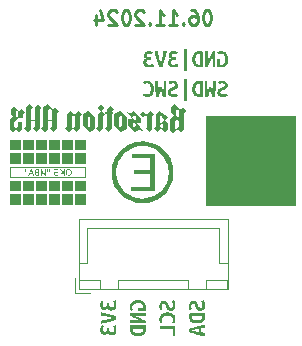
<source format=gbr>
%TF.GenerationSoftware,KiCad,Pcbnew,8.0.6-8.0.6-0~ubuntu20.04.1*%
%TF.CreationDate,2024-11-07T01:45:43+05:00*%
%TF.ProjectId,AH3,4148332e-6b69-4636-9164-5f7063625858,rev?*%
%TF.SameCoordinates,Original*%
%TF.FileFunction,Legend,Bot*%
%TF.FilePolarity,Positive*%
%FSLAX46Y46*%
G04 Gerber Fmt 4.6, Leading zero omitted, Abs format (unit mm)*
G04 Created by KiCad (PCBNEW 8.0.6-8.0.6-0~ubuntu20.04.1) date 2024-11-07 01:45:43*
%MOMM*%
%LPD*%
G01*
G04 APERTURE LIST*
%ADD10C,0.100000*%
%ADD11C,0.240000*%
%ADD12C,0.400000*%
%ADD13C,0.000000*%
%ADD14C,0.120000*%
G04 APERTURE END LIST*
D10*
X141000000Y-91500000D02*
X148500000Y-91500000D01*
X148500000Y-99000000D01*
X141000000Y-99000000D01*
X141000000Y-91500000D01*
G36*
X141000000Y-91500000D02*
G01*
X148500000Y-91500000D01*
X148500000Y-99000000D01*
X141000000Y-99000000D01*
X141000000Y-91500000D01*
G37*
D11*
G36*
X142263712Y-86187028D02*
G01*
X142339456Y-86193690D01*
X142412111Y-86217618D01*
X142420149Y-86221833D01*
X142481002Y-86266464D01*
X142524563Y-86318553D01*
X142559825Y-86386239D01*
X142582403Y-86460841D01*
X142583548Y-86466198D01*
X142595171Y-86538876D01*
X142600868Y-86617601D01*
X142601499Y-86655975D01*
X142598911Y-86741906D01*
X142591144Y-86818898D01*
X142575539Y-86897425D01*
X142549075Y-86972272D01*
X142527860Y-87010982D01*
X142474809Y-87071067D01*
X142408162Y-87108898D01*
X142327920Y-87124476D01*
X142310240Y-87124921D01*
X142259682Y-87122723D01*
X142209123Y-87116495D01*
X142209123Y-86632527D01*
X141949737Y-86632527D01*
X141949737Y-87312500D01*
X142023201Y-87320976D01*
X142094451Y-87327520D01*
X142173637Y-87332655D01*
X142248520Y-87335124D01*
X142322828Y-87335939D01*
X142331489Y-87335947D01*
X142405606Y-87331725D01*
X142481680Y-87317329D01*
X142552040Y-87292716D01*
X142621661Y-87254419D01*
X142683244Y-87204376D01*
X142719835Y-87164488D01*
X142763968Y-87100866D01*
X142797628Y-87034463D01*
X142825134Y-86959902D01*
X142827546Y-86951997D01*
X142845787Y-86877035D01*
X142858059Y-86795582D01*
X142863955Y-86717730D01*
X142865282Y-86655975D01*
X142862511Y-86575260D01*
X142854199Y-86499446D01*
X142838225Y-86420011D01*
X142820952Y-86362517D01*
X142793524Y-86294076D01*
X142757202Y-86225712D01*
X142714727Y-86165433D01*
X142700784Y-86148927D01*
X142645190Y-86094592D01*
X142583190Y-86050475D01*
X142521266Y-86019234D01*
X142448462Y-85994621D01*
X142372108Y-85980224D01*
X142299615Y-85976003D01*
X142223484Y-85979311D01*
X142163694Y-85987726D01*
X142091619Y-86004053D01*
X142059280Y-86013738D01*
X141990007Y-86042783D01*
X141986374Y-86044879D01*
X141943143Y-86069792D01*
X142010554Y-86257370D01*
X142077015Y-86225457D01*
X142124859Y-86208644D01*
X142197621Y-86191778D01*
X142263712Y-86187028D01*
G37*
G36*
X141123952Y-87312500D02*
G01*
X141152052Y-87244282D01*
X141180939Y-87176100D01*
X141210613Y-87107954D01*
X141241074Y-87039844D01*
X141272323Y-86971770D01*
X141304358Y-86903731D01*
X141317393Y-86876526D01*
X141350407Y-86808502D01*
X141384190Y-86740442D01*
X141418742Y-86672346D01*
X141454064Y-86604214D01*
X141490154Y-86536047D01*
X141527015Y-86467844D01*
X141541974Y-86440553D01*
X141541974Y-87312500D01*
X141776081Y-87312500D01*
X141776081Y-85999450D01*
X141567253Y-85999450D01*
X141526701Y-86065540D01*
X141486149Y-86135352D01*
X141449284Y-86202049D01*
X141412547Y-86270213D01*
X141376526Y-86338234D01*
X141341221Y-86406111D01*
X141334245Y-86419670D01*
X141300035Y-86486610D01*
X141267470Y-86552334D01*
X141233549Y-86623225D01*
X141230564Y-86629596D01*
X141199466Y-86696587D01*
X141166954Y-86767945D01*
X141149231Y-86807650D01*
X141149231Y-85999450D01*
X140915125Y-85999450D01*
X140915125Y-87312500D01*
X141123952Y-87312500D01*
G37*
G36*
X140467885Y-86001099D02*
G01*
X140543265Y-86006045D01*
X140557990Y-86007322D01*
X140634417Y-86016993D01*
X140709961Y-86030957D01*
X140709961Y-87304439D01*
X140640956Y-87318146D01*
X140567811Y-87328620D01*
X140508907Y-87333628D01*
X140431524Y-87335947D01*
X140414987Y-87335804D01*
X140334924Y-87330795D01*
X140259225Y-87318630D01*
X140187892Y-87299310D01*
X140121552Y-87271962D01*
X140055604Y-87232126D01*
X139997016Y-87182074D01*
X139987123Y-87171860D01*
X139937570Y-87109084D01*
X139899660Y-87042323D01*
X139871353Y-86974345D01*
X139849392Y-86898369D01*
X139835906Y-86823683D01*
X139828098Y-86742264D01*
X139825924Y-86665500D01*
X140089706Y-86665500D01*
X140090091Y-86696362D01*
X140094691Y-86772919D01*
X140105460Y-86849415D01*
X140106465Y-86854636D01*
X140126526Y-86927634D01*
X140158216Y-86994495D01*
X140195011Y-87042731D01*
X140255303Y-87090116D01*
X140327103Y-87117273D01*
X140403680Y-87124921D01*
X140427127Y-87124921D01*
X140450208Y-87122723D01*
X140450208Y-86217070D01*
X140412473Y-86211575D01*
X140374371Y-86210476D01*
X140300316Y-86218848D01*
X140233321Y-86248578D01*
X140189723Y-86286755D01*
X140146859Y-86350061D01*
X140144886Y-86354018D01*
X140118473Y-86422597D01*
X140102529Y-86495874D01*
X140099523Y-86516556D01*
X140092160Y-86590116D01*
X140089706Y-86665500D01*
X139825924Y-86665500D01*
X139827905Y-86590555D01*
X139835020Y-86510956D01*
X139847311Y-86437815D01*
X139867323Y-86363250D01*
X139869920Y-86355439D01*
X139899429Y-86282138D01*
X139935379Y-86217566D01*
X139982361Y-86156620D01*
X140031606Y-86110045D01*
X140093213Y-86068647D01*
X140162612Y-86037552D01*
X140169275Y-86035208D01*
X140245491Y-86014334D01*
X140319436Y-86003171D01*
X140397818Y-85999450D01*
X140467885Y-86001099D01*
G37*
G36*
X139375662Y-85835319D02*
G01*
X139114078Y-85835319D01*
X139114078Y-87664209D01*
X139375662Y-87664209D01*
X139375662Y-85835319D01*
G37*
G36*
X138275836Y-87335947D02*
G01*
X138351811Y-87331825D01*
X138378418Y-87328620D01*
X138453417Y-87317099D01*
X138481733Y-87311767D01*
X138554765Y-87294620D01*
X138573691Y-87289419D01*
X138638903Y-87266704D01*
X138588345Y-87057510D01*
X138516418Y-87084615D01*
X138462682Y-87101840D01*
X138389472Y-87117618D01*
X138310943Y-87124357D01*
X138278035Y-87124921D01*
X138202644Y-87119161D01*
X138132577Y-87097042D01*
X138091189Y-87065936D01*
X138050797Y-86999533D01*
X138037386Y-86924469D01*
X138037333Y-86919024D01*
X138050938Y-86842509D01*
X138096018Y-86784045D01*
X138119765Y-86769181D01*
X138193820Y-86741428D01*
X138268005Y-86728996D01*
X138328593Y-86726317D01*
X138408827Y-86726317D01*
X138408827Y-86515291D01*
X138311740Y-86515291D01*
X138236500Y-86507885D01*
X138231506Y-86506864D01*
X138161677Y-86479858D01*
X138159699Y-86478654D01*
X138108042Y-86426997D01*
X138088069Y-86353756D01*
X138087892Y-86344565D01*
X138101570Y-86271986D01*
X138131123Y-86229160D01*
X138198041Y-86192953D01*
X138250557Y-86187028D01*
X138324013Y-86193073D01*
X138397103Y-86211209D01*
X138468879Y-86240209D01*
X138522766Y-86271292D01*
X138615456Y-86088110D01*
X138549144Y-86051199D01*
X138481778Y-86020804D01*
X138464514Y-86013738D01*
X138390720Y-85990743D01*
X138317011Y-85978988D01*
X138252389Y-85976003D01*
X138174199Y-85979815D01*
X138098446Y-85992550D01*
X138061513Y-86003114D01*
X137991543Y-86033441D01*
X137930749Y-86076614D01*
X137927424Y-86079684D01*
X137879125Y-86136911D01*
X137849388Y-86195821D01*
X137829664Y-86269769D01*
X137824109Y-86340169D01*
X137835192Y-86415915D01*
X137865712Y-86484098D01*
X137868439Y-86488546D01*
X137916519Y-86547853D01*
X137977640Y-86592509D01*
X137986775Y-86597356D01*
X137917103Y-86634846D01*
X137860311Y-86683567D01*
X137829605Y-86722287D01*
X137795447Y-86788593D01*
X137777054Y-86863864D01*
X137773551Y-86919024D01*
X137779231Y-86995720D01*
X137797923Y-87071669D01*
X137803227Y-87086086D01*
X137837707Y-87153100D01*
X137886195Y-87211258D01*
X137893719Y-87218344D01*
X137953775Y-87262552D01*
X138021221Y-87294938D01*
X138050156Y-87305172D01*
X138126371Y-87323925D01*
X138205106Y-87333512D01*
X138275836Y-87335947D01*
G37*
G36*
X137283722Y-87312500D02*
G01*
X137309413Y-87236868D01*
X137332569Y-87166821D01*
X137356357Y-87093163D01*
X137380775Y-87015894D01*
X137391433Y-86981673D01*
X137415979Y-86900942D01*
X137439929Y-86820316D01*
X137463283Y-86739796D01*
X137486041Y-86659381D01*
X137498778Y-86613476D01*
X137520406Y-86534156D01*
X137541053Y-86456799D01*
X137560718Y-86381405D01*
X137579401Y-86307974D01*
X137589636Y-86266896D01*
X137608298Y-86188906D01*
X137626172Y-86110035D01*
X137642158Y-86033414D01*
X137648621Y-85999450D01*
X137374214Y-85999450D01*
X137363926Y-86073368D01*
X137352020Y-86147327D01*
X137337680Y-86227727D01*
X137336112Y-86236121D01*
X137321487Y-86312448D01*
X137306050Y-86390166D01*
X137289802Y-86469275D01*
X137280425Y-86513825D01*
X137262795Y-86594055D01*
X137244528Y-86673589D01*
X137225624Y-86752427D01*
X137214846Y-86795926D01*
X137195355Y-86871770D01*
X137176038Y-86943093D01*
X137154779Y-87017038D01*
X137146335Y-87045054D01*
X137125269Y-86974500D01*
X137104204Y-86897935D01*
X137085244Y-86823888D01*
X137078924Y-86798124D01*
X137060284Y-86719524D01*
X137042281Y-86640344D01*
X137024915Y-86560585D01*
X137015543Y-86516024D01*
X136999199Y-86436055D01*
X136983549Y-86357303D01*
X136968596Y-86279769D01*
X136960589Y-86237220D01*
X136947036Y-86163460D01*
X136933540Y-86087826D01*
X136920596Y-86012314D01*
X136918457Y-85999450D01*
X136646248Y-85999450D01*
X136661395Y-86073336D01*
X136678397Y-86151975D01*
X136695066Y-86225866D01*
X136708530Y-86283749D01*
X136727696Y-86363158D01*
X136745555Y-86434294D01*
X136764431Y-86506973D01*
X136784324Y-86581195D01*
X136793160Y-86613476D01*
X136814310Y-86689446D01*
X136836407Y-86766047D01*
X136859450Y-86843279D01*
X136883440Y-86921142D01*
X136897574Y-86965919D01*
X136922629Y-87043737D01*
X136948104Y-87120433D01*
X136974000Y-87196007D01*
X137000316Y-87270459D01*
X137015543Y-87312500D01*
X137283722Y-87312500D01*
G37*
G36*
X136177302Y-87335947D02*
G01*
X136253277Y-87331825D01*
X136279884Y-87328620D01*
X136354882Y-87317099D01*
X136383199Y-87311767D01*
X136456230Y-87294620D01*
X136475156Y-87289419D01*
X136540369Y-87266704D01*
X136489811Y-87057510D01*
X136417883Y-87084615D01*
X136364148Y-87101840D01*
X136290938Y-87117618D01*
X136212408Y-87124357D01*
X136179500Y-87124921D01*
X136104109Y-87119161D01*
X136034042Y-87097042D01*
X135992654Y-87065936D01*
X135952263Y-86999533D01*
X135938851Y-86924469D01*
X135938799Y-86919024D01*
X135952403Y-86842509D01*
X135997483Y-86784045D01*
X136021231Y-86769181D01*
X136095286Y-86741428D01*
X136169471Y-86728996D01*
X136230058Y-86726317D01*
X136310292Y-86726317D01*
X136310292Y-86515291D01*
X136213206Y-86515291D01*
X136137965Y-86507885D01*
X136132972Y-86506864D01*
X136063142Y-86479858D01*
X136061164Y-86478654D01*
X136009507Y-86426997D01*
X135989534Y-86353756D01*
X135989357Y-86344565D01*
X136003036Y-86271986D01*
X136032588Y-86229160D01*
X136099507Y-86192953D01*
X136152023Y-86187028D01*
X136225479Y-86193073D01*
X136298568Y-86211209D01*
X136370345Y-86240209D01*
X136424231Y-86271292D01*
X136516922Y-86088110D01*
X136450610Y-86051199D01*
X136383243Y-86020804D01*
X136365980Y-86013738D01*
X136292186Y-85990743D01*
X136218477Y-85978988D01*
X136153855Y-85976003D01*
X136075664Y-85979815D01*
X135999912Y-85992550D01*
X135962979Y-86003114D01*
X135893008Y-86033441D01*
X135832215Y-86076614D01*
X135828889Y-86079684D01*
X135780591Y-86136911D01*
X135750854Y-86195821D01*
X135731129Y-86269769D01*
X135725575Y-86340169D01*
X135736657Y-86415915D01*
X135767178Y-86484098D01*
X135769905Y-86488546D01*
X135817985Y-86547853D01*
X135879106Y-86592509D01*
X135888241Y-86597356D01*
X135818568Y-86634846D01*
X135761776Y-86683567D01*
X135731070Y-86722287D01*
X135696912Y-86788593D01*
X135678520Y-86863864D01*
X135675016Y-86919024D01*
X135680697Y-86995720D01*
X135699389Y-87071669D01*
X135704692Y-87086086D01*
X135739173Y-87153100D01*
X135787661Y-87211258D01*
X135795184Y-87218344D01*
X135855241Y-87262552D01*
X135922686Y-87294938D01*
X135951622Y-87305172D01*
X136027837Y-87323925D01*
X136106571Y-87333512D01*
X136177302Y-87335947D01*
G37*
G36*
X142432972Y-89644921D02*
G01*
X142359728Y-89639483D01*
X142324162Y-89630999D01*
X142258882Y-89595880D01*
X142255652Y-89592897D01*
X142220847Y-89537576D01*
X142211321Y-89474562D01*
X142233326Y-89404022D01*
X142234769Y-89402021D01*
X142287134Y-89350268D01*
X142293753Y-89345601D01*
X142357660Y-89308616D01*
X142373987Y-89300905D01*
X142443029Y-89271209D01*
X142462281Y-89263536D01*
X142534181Y-89236236D01*
X142585013Y-89215176D01*
X142652427Y-89179627D01*
X142700051Y-89145566D01*
X142752486Y-89091793D01*
X142785414Y-89041153D01*
X142810693Y-88971269D01*
X142818988Y-88897648D01*
X142819120Y-88886181D01*
X142813422Y-88809717D01*
X142792957Y-88731733D01*
X142757609Y-88663779D01*
X142707377Y-88605853D01*
X142700051Y-88599317D01*
X142634747Y-88554117D01*
X142558268Y-88521831D01*
X142482183Y-88504175D01*
X142397543Y-88496406D01*
X142371789Y-88496003D01*
X142292767Y-88499163D01*
X142214757Y-88509819D01*
X142161862Y-88522747D01*
X142088793Y-88547271D01*
X142018680Y-88578045D01*
X142010920Y-88582098D01*
X142086758Y-88777370D01*
X142153539Y-88745971D01*
X142203994Y-88727911D01*
X142277905Y-88711617D01*
X142352738Y-88707028D01*
X142433251Y-88714356D01*
X142507710Y-88745314D01*
X142552103Y-88808125D01*
X142559368Y-88860169D01*
X142538485Y-88928679D01*
X142484629Y-88980336D01*
X142418246Y-89016931D01*
X142410624Y-89020270D01*
X142341902Y-89047762D01*
X142329291Y-89052510D01*
X142258837Y-89080215D01*
X142201796Y-89104167D01*
X142134052Y-89139517D01*
X142079430Y-89179638D01*
X142028414Y-89232395D01*
X141987473Y-89296875D01*
X141961702Y-89370871D01*
X141952130Y-89448023D01*
X141951569Y-89474195D01*
X141957284Y-89550055D01*
X141977812Y-89627049D01*
X142013269Y-89693693D01*
X142063656Y-89749987D01*
X142071004Y-89756296D01*
X142138278Y-89799893D01*
X142209840Y-89827823D01*
X142293253Y-89846215D01*
X142374182Y-89854390D01*
X142432972Y-89855947D01*
X142510046Y-89853817D01*
X142587010Y-89846331D01*
X142660426Y-89831691D01*
X142692358Y-89821875D01*
X142763259Y-89794801D01*
X142831891Y-89762133D01*
X142838171Y-89758494D01*
X142762333Y-89551132D01*
X142695405Y-89586196D01*
X142626046Y-89615245D01*
X142550141Y-89635531D01*
X142474475Y-89643878D01*
X142432972Y-89644921D01*
G37*
G36*
X141248516Y-88984000D02*
G01*
X141230207Y-89058596D01*
X141223237Y-89083651D01*
X141203350Y-89154478D01*
X141186601Y-89215176D01*
X141165443Y-89290006D01*
X141143778Y-89364983D01*
X141142271Y-89370148D01*
X141121073Y-89443368D01*
X141100436Y-89518130D01*
X141094643Y-89539774D01*
X141094903Y-89462098D01*
X141095590Y-89388253D01*
X141096706Y-89311331D01*
X141096841Y-89303469D01*
X141098022Y-89223971D01*
X141099274Y-89143471D01*
X141100462Y-89070165D01*
X141100871Y-89045549D01*
X141102108Y-88971335D01*
X141103344Y-88896656D01*
X141104581Y-88821514D01*
X141105268Y-88779569D01*
X141106153Y-88704485D01*
X141106749Y-88630908D01*
X141107071Y-88550923D01*
X141107100Y-88519450D01*
X140866398Y-88519450D01*
X140869535Y-88600645D01*
X140872718Y-88683032D01*
X140875947Y-88766608D01*
X140878809Y-88840715D01*
X140879221Y-88851376D01*
X140882051Y-88925981D01*
X140885091Y-89000410D01*
X140888342Y-89074665D01*
X140891803Y-89148744D01*
X140893876Y-89190996D01*
X140897720Y-89264481D01*
X140902500Y-89347863D01*
X140907692Y-89430604D01*
X140913296Y-89512704D01*
X140914026Y-89522922D01*
X140920071Y-89603407D01*
X140926482Y-89681832D01*
X140933260Y-89758196D01*
X140940404Y-89832500D01*
X141155826Y-89832500D01*
X141181821Y-89755715D01*
X141204976Y-89684835D01*
X141228178Y-89611482D01*
X141248516Y-89545270D01*
X141271620Y-89469204D01*
X141294770Y-89394877D01*
X141317965Y-89322291D01*
X141341206Y-89251446D01*
X141367726Y-89328491D01*
X141391883Y-89400040D01*
X141416590Y-89474475D01*
X141438659Y-89541973D01*
X141463412Y-89618932D01*
X141487111Y-89693006D01*
X141509757Y-89764195D01*
X141531349Y-89832500D01*
X141746405Y-89832500D01*
X141754580Y-89758128D01*
X141762250Y-89681557D01*
X141769417Y-89602789D01*
X141776081Y-89521823D01*
X141782286Y-89439322D01*
X141788079Y-89356318D01*
X141793460Y-89272809D01*
X141797830Y-89199327D01*
X141798429Y-89188797D01*
X141802439Y-89114819D01*
X141806133Y-89040665D01*
X141809511Y-88966335D01*
X141812574Y-88891831D01*
X141814183Y-88849178D01*
X141816820Y-88775046D01*
X141819619Y-88691698D01*
X141822189Y-88609816D01*
X141824531Y-88529399D01*
X141824807Y-88519450D01*
X141584106Y-88519450D01*
X141585480Y-88598583D01*
X141586854Y-88679362D01*
X141588090Y-88753470D01*
X141588502Y-88778469D01*
X141589562Y-88853425D01*
X141590679Y-88928264D01*
X141591854Y-89002987D01*
X141592532Y-89044450D01*
X141593769Y-89118558D01*
X141595143Y-89199745D01*
X141596516Y-89279716D01*
X141596929Y-89303469D01*
X141597895Y-89380699D01*
X141598503Y-89454852D01*
X141598759Y-89532867D01*
X141598760Y-89539774D01*
X141578427Y-89468791D01*
X141557036Y-89396422D01*
X141555529Y-89391397D01*
X141533344Y-89316317D01*
X141512124Y-89242204D01*
X141509368Y-89232395D01*
X141489141Y-89161448D01*
X141467968Y-89088047D01*
X141447446Y-89016492D01*
X141438293Y-88984000D01*
X141248516Y-88984000D01*
G37*
G36*
X140467885Y-88521099D02*
G01*
X140543265Y-88526045D01*
X140557990Y-88527322D01*
X140634417Y-88536993D01*
X140709961Y-88550957D01*
X140709961Y-89824439D01*
X140640956Y-89838146D01*
X140567811Y-89848620D01*
X140508907Y-89853628D01*
X140431524Y-89855947D01*
X140414987Y-89855804D01*
X140334924Y-89850795D01*
X140259225Y-89838630D01*
X140187892Y-89819310D01*
X140121552Y-89791962D01*
X140055604Y-89752126D01*
X139997016Y-89702074D01*
X139987123Y-89691860D01*
X139937570Y-89629084D01*
X139899660Y-89562323D01*
X139871353Y-89494345D01*
X139849392Y-89418369D01*
X139835906Y-89343683D01*
X139828098Y-89262264D01*
X139825924Y-89185500D01*
X140089706Y-89185500D01*
X140090091Y-89216362D01*
X140094691Y-89292919D01*
X140105460Y-89369415D01*
X140106465Y-89374636D01*
X140126526Y-89447634D01*
X140158216Y-89514495D01*
X140195011Y-89562731D01*
X140255303Y-89610116D01*
X140327103Y-89637273D01*
X140403680Y-89644921D01*
X140427127Y-89644921D01*
X140450208Y-89642723D01*
X140450208Y-88737070D01*
X140412473Y-88731575D01*
X140374371Y-88730476D01*
X140300316Y-88738848D01*
X140233321Y-88768578D01*
X140189723Y-88806755D01*
X140146859Y-88870061D01*
X140144886Y-88874018D01*
X140118473Y-88942597D01*
X140102529Y-89015874D01*
X140099523Y-89036556D01*
X140092160Y-89110116D01*
X140089706Y-89185500D01*
X139825924Y-89185500D01*
X139827905Y-89110555D01*
X139835020Y-89030956D01*
X139847311Y-88957815D01*
X139867323Y-88883250D01*
X139869920Y-88875439D01*
X139899429Y-88802138D01*
X139935379Y-88737566D01*
X139982361Y-88676620D01*
X140031606Y-88630045D01*
X140093213Y-88588647D01*
X140162612Y-88557552D01*
X140169275Y-88555208D01*
X140245491Y-88534334D01*
X140319436Y-88523171D01*
X140397818Y-88519450D01*
X140467885Y-88521099D01*
G37*
G36*
X139375662Y-88355319D02*
G01*
X139114078Y-88355319D01*
X139114078Y-90184209D01*
X139375662Y-90184209D01*
X139375662Y-88355319D01*
G37*
G36*
X138235903Y-89644921D02*
G01*
X138162659Y-89639483D01*
X138127093Y-89630999D01*
X138061812Y-89595880D01*
X138058582Y-89592897D01*
X138023778Y-89537576D01*
X138014252Y-89474562D01*
X138036257Y-89404022D01*
X138037700Y-89402021D01*
X138090065Y-89350268D01*
X138096684Y-89345601D01*
X138160591Y-89308616D01*
X138176918Y-89300905D01*
X138245960Y-89271209D01*
X138265212Y-89263536D01*
X138337112Y-89236236D01*
X138387944Y-89215176D01*
X138455358Y-89179627D01*
X138502982Y-89145566D01*
X138555417Y-89091793D01*
X138588345Y-89041153D01*
X138613624Y-88971269D01*
X138621919Y-88897648D01*
X138622051Y-88886181D01*
X138616353Y-88809717D01*
X138595888Y-88731733D01*
X138560540Y-88663779D01*
X138510308Y-88605853D01*
X138502982Y-88599317D01*
X138437678Y-88554117D01*
X138361199Y-88521831D01*
X138285114Y-88504175D01*
X138200474Y-88496406D01*
X138174720Y-88496003D01*
X138095698Y-88499163D01*
X138017688Y-88509819D01*
X137964793Y-88522747D01*
X137891724Y-88547271D01*
X137821611Y-88578045D01*
X137813851Y-88582098D01*
X137889689Y-88777370D01*
X137956470Y-88745971D01*
X138006925Y-88727911D01*
X138080836Y-88711617D01*
X138155669Y-88707028D01*
X138236182Y-88714356D01*
X138310641Y-88745314D01*
X138355034Y-88808125D01*
X138362298Y-88860169D01*
X138341416Y-88928679D01*
X138287560Y-88980336D01*
X138221177Y-89016931D01*
X138213555Y-89020270D01*
X138144833Y-89047762D01*
X138132222Y-89052510D01*
X138061768Y-89080215D01*
X138004727Y-89104167D01*
X137936983Y-89139517D01*
X137882361Y-89179638D01*
X137831345Y-89232395D01*
X137790404Y-89296875D01*
X137764633Y-89370871D01*
X137755061Y-89448023D01*
X137754500Y-89474195D01*
X137760215Y-89550055D01*
X137780743Y-89627049D01*
X137816200Y-89693693D01*
X137866587Y-89749987D01*
X137873935Y-89756296D01*
X137941208Y-89799893D01*
X138012770Y-89827823D01*
X138096183Y-89846215D01*
X138177113Y-89854390D01*
X138235903Y-89855947D01*
X138312977Y-89853817D01*
X138389941Y-89846331D01*
X138463357Y-89831691D01*
X138495289Y-89821875D01*
X138566190Y-89794801D01*
X138634822Y-89762133D01*
X138641102Y-89758494D01*
X138565264Y-89551132D01*
X138498335Y-89586196D01*
X138428977Y-89615245D01*
X138353072Y-89635531D01*
X138277406Y-89643878D01*
X138235903Y-89644921D01*
G37*
G36*
X137051447Y-88984000D02*
G01*
X137033138Y-89058596D01*
X137026168Y-89083651D01*
X137006281Y-89154478D01*
X136989531Y-89215176D01*
X136968374Y-89290006D01*
X136946709Y-89364983D01*
X136945201Y-89370148D01*
X136924004Y-89443368D01*
X136903367Y-89518130D01*
X136897574Y-89539774D01*
X136897834Y-89462098D01*
X136898521Y-89388253D01*
X136899637Y-89311331D01*
X136899772Y-89303469D01*
X136900953Y-89223971D01*
X136902205Y-89143471D01*
X136903393Y-89070165D01*
X136903802Y-89045549D01*
X136905039Y-88971335D01*
X136906275Y-88896656D01*
X136907512Y-88821514D01*
X136908199Y-88779569D01*
X136909084Y-88704485D01*
X136909680Y-88630908D01*
X136910002Y-88550923D01*
X136910030Y-88519450D01*
X136669329Y-88519450D01*
X136672466Y-88600645D01*
X136675649Y-88683032D01*
X136678877Y-88766608D01*
X136681740Y-88840715D01*
X136682152Y-88851376D01*
X136684982Y-88925981D01*
X136688022Y-89000410D01*
X136691273Y-89074665D01*
X136694734Y-89148744D01*
X136696806Y-89190996D01*
X136700651Y-89264481D01*
X136705431Y-89347863D01*
X136710623Y-89430604D01*
X136716227Y-89512704D01*
X136716956Y-89522922D01*
X136723001Y-89603407D01*
X136729413Y-89681832D01*
X136736191Y-89758196D01*
X136743335Y-89832500D01*
X136958757Y-89832500D01*
X136984752Y-89755715D01*
X137007907Y-89684835D01*
X137031108Y-89611482D01*
X137051447Y-89545270D01*
X137074551Y-89469204D01*
X137097701Y-89394877D01*
X137120896Y-89322291D01*
X137144137Y-89251446D01*
X137170657Y-89328491D01*
X137194814Y-89400040D01*
X137219521Y-89474475D01*
X137241590Y-89541973D01*
X137266343Y-89618932D01*
X137290042Y-89693006D01*
X137312688Y-89764195D01*
X137334280Y-89832500D01*
X137549336Y-89832500D01*
X137557511Y-89758128D01*
X137565181Y-89681557D01*
X137572348Y-89602789D01*
X137579012Y-89521823D01*
X137585217Y-89439322D01*
X137591010Y-89356318D01*
X137596391Y-89272809D01*
X137600761Y-89199327D01*
X137601360Y-89188797D01*
X137605369Y-89114819D01*
X137609063Y-89040665D01*
X137612442Y-88966335D01*
X137615505Y-88891831D01*
X137617113Y-88849178D01*
X137619751Y-88775046D01*
X137622550Y-88691698D01*
X137625120Y-88609816D01*
X137627461Y-88529399D01*
X137627738Y-88519450D01*
X137387037Y-88519450D01*
X137388411Y-88598583D01*
X137389784Y-88679362D01*
X137391021Y-88753470D01*
X137391433Y-88778469D01*
X137392492Y-88853425D01*
X137393610Y-88928264D01*
X137394785Y-89002987D01*
X137395463Y-89044450D01*
X137396700Y-89118558D01*
X137398073Y-89199745D01*
X137399447Y-89279716D01*
X137399859Y-89303469D01*
X137400825Y-89380699D01*
X137401434Y-89454852D01*
X137401690Y-89532867D01*
X137401691Y-89539774D01*
X137381358Y-89468791D01*
X137359967Y-89396422D01*
X137358460Y-89391397D01*
X137336275Y-89316317D01*
X137315055Y-89242204D01*
X137312298Y-89232395D01*
X137292071Y-89161448D01*
X137270899Y-89088047D01*
X137250377Y-89016492D01*
X137241224Y-88984000D01*
X137051447Y-88984000D01*
G37*
G36*
X136002180Y-89855947D02*
G01*
X136085320Y-89851636D01*
X136162092Y-89838702D01*
X136232496Y-89817146D01*
X136308573Y-89779897D01*
X136375481Y-89730232D01*
X136424231Y-89679359D01*
X136473661Y-89607746D01*
X136507039Y-89540041D01*
X136533316Y-89465036D01*
X136552491Y-89382733D01*
X136564565Y-89293131D01*
X136569110Y-89216195D01*
X136569678Y-89175975D01*
X136566907Y-89097229D01*
X136558596Y-89022926D01*
X136542621Y-88944645D01*
X136525348Y-88887646D01*
X136497659Y-88819649D01*
X136460436Y-88751371D01*
X136416415Y-88690749D01*
X136401883Y-88674056D01*
X136344015Y-88618879D01*
X136279220Y-88573746D01*
X136214305Y-88541432D01*
X136144366Y-88517475D01*
X136070564Y-88502391D01*
X135992898Y-88496180D01*
X135976901Y-88496003D01*
X135902699Y-88499712D01*
X135851238Y-88507726D01*
X135777853Y-88525756D01*
X135753052Y-88533738D01*
X135684143Y-88563828D01*
X135682344Y-88564879D01*
X135639113Y-88589792D01*
X135706890Y-88800818D01*
X135771551Y-88758529D01*
X135824127Y-88734506D01*
X135897583Y-88713898D01*
X135975432Y-88707055D01*
X135980931Y-88707028D01*
X136056264Y-88715901D01*
X136100365Y-88729743D01*
X136164713Y-88767566D01*
X136203680Y-88805947D01*
X136244896Y-88868046D01*
X136274048Y-88937108D01*
X136277686Y-88948096D01*
X136294876Y-89020945D01*
X136303664Y-89098405D01*
X136305896Y-89169380D01*
X136303191Y-89251885D01*
X136295077Y-89326842D01*
X136278773Y-89404753D01*
X136251124Y-89481214D01*
X136228959Y-89522189D01*
X136177916Y-89581517D01*
X136111339Y-89621429D01*
X136039120Y-89640606D01*
X135976901Y-89644921D01*
X135900250Y-89639782D01*
X135826233Y-89621079D01*
X135809106Y-89613780D01*
X135742555Y-89578450D01*
X135702494Y-89551132D01*
X135637281Y-89762158D01*
X135706630Y-89797690D01*
X135780201Y-89824778D01*
X135786025Y-89826638D01*
X135860385Y-89844498D01*
X135935610Y-89853628D01*
X136002180Y-89855947D01*
G37*
G36*
X140684921Y-107489462D02*
G01*
X140679483Y-107562706D01*
X140670999Y-107598272D01*
X140635880Y-107663552D01*
X140632897Y-107666782D01*
X140577576Y-107701587D01*
X140514562Y-107711113D01*
X140444022Y-107689108D01*
X140442021Y-107687665D01*
X140390268Y-107635300D01*
X140385601Y-107628681D01*
X140348616Y-107564774D01*
X140340905Y-107548447D01*
X140311209Y-107479405D01*
X140303536Y-107460153D01*
X140276236Y-107388253D01*
X140255176Y-107337421D01*
X140219627Y-107270007D01*
X140185566Y-107222383D01*
X140131793Y-107169948D01*
X140081153Y-107137020D01*
X140011269Y-107111741D01*
X139937648Y-107103446D01*
X139926181Y-107103314D01*
X139849717Y-107109012D01*
X139771733Y-107129477D01*
X139703779Y-107164825D01*
X139645853Y-107215057D01*
X139639317Y-107222383D01*
X139594117Y-107287687D01*
X139561831Y-107364166D01*
X139544175Y-107440251D01*
X139536406Y-107524891D01*
X139536003Y-107550645D01*
X139539163Y-107629667D01*
X139549819Y-107707677D01*
X139562747Y-107760572D01*
X139587271Y-107833641D01*
X139618045Y-107903754D01*
X139622098Y-107911514D01*
X139817370Y-107835676D01*
X139785971Y-107768895D01*
X139767911Y-107718440D01*
X139751617Y-107644529D01*
X139747028Y-107569696D01*
X139754356Y-107489183D01*
X139785314Y-107414724D01*
X139848125Y-107370331D01*
X139900169Y-107363066D01*
X139968679Y-107383949D01*
X140020336Y-107437805D01*
X140056931Y-107504188D01*
X140060270Y-107511810D01*
X140087762Y-107580532D01*
X140092510Y-107593143D01*
X140120215Y-107663597D01*
X140144167Y-107720638D01*
X140179517Y-107788382D01*
X140219638Y-107843004D01*
X140272395Y-107894020D01*
X140336875Y-107934961D01*
X140410871Y-107960732D01*
X140488023Y-107970304D01*
X140514195Y-107970865D01*
X140590055Y-107965150D01*
X140667049Y-107944622D01*
X140733693Y-107909165D01*
X140789987Y-107858778D01*
X140796296Y-107851430D01*
X140839893Y-107784156D01*
X140867823Y-107712594D01*
X140886215Y-107629181D01*
X140894390Y-107548252D01*
X140895947Y-107489462D01*
X140893817Y-107412388D01*
X140886331Y-107335424D01*
X140871691Y-107262008D01*
X140861875Y-107230076D01*
X140834801Y-107159175D01*
X140802133Y-107090543D01*
X140798494Y-107084263D01*
X140591132Y-107160101D01*
X140626196Y-107227029D01*
X140655245Y-107296388D01*
X140675531Y-107372293D01*
X140683878Y-107447959D01*
X140684921Y-107489462D01*
G37*
G36*
X140878146Y-108232211D02*
G01*
X140888620Y-108305355D01*
X140893628Y-108364260D01*
X140895947Y-108441643D01*
X140895804Y-108458179D01*
X140890795Y-108538243D01*
X140878630Y-108613941D01*
X140859310Y-108685275D01*
X140831962Y-108751614D01*
X140792126Y-108817562D01*
X140742074Y-108876151D01*
X140731860Y-108886044D01*
X140669084Y-108935597D01*
X140602323Y-108973507D01*
X140534345Y-109001814D01*
X140458369Y-109023774D01*
X140383683Y-109037261D01*
X140302264Y-109045069D01*
X140225500Y-109047243D01*
X140150555Y-109045262D01*
X140070956Y-109038147D01*
X139997815Y-109025856D01*
X139923250Y-109005844D01*
X139915439Y-109003247D01*
X139842138Y-108973738D01*
X139777566Y-108937788D01*
X139716620Y-108890806D01*
X139670045Y-108841561D01*
X139628647Y-108779954D01*
X139597552Y-108710554D01*
X139595208Y-108703892D01*
X139574334Y-108627676D01*
X139563171Y-108553730D01*
X139560563Y-108498796D01*
X139770476Y-108498796D01*
X139778848Y-108572850D01*
X139808578Y-108639846D01*
X139846755Y-108683443D01*
X139910061Y-108726308D01*
X139914018Y-108728281D01*
X139982597Y-108754694D01*
X140055874Y-108770638D01*
X140076556Y-108773643D01*
X140150116Y-108781006D01*
X140225500Y-108783461D01*
X140256362Y-108783076D01*
X140332919Y-108778476D01*
X140409415Y-108767707D01*
X140414636Y-108766702D01*
X140487634Y-108746641D01*
X140554495Y-108714951D01*
X140602731Y-108678155D01*
X140650116Y-108617864D01*
X140677273Y-108546064D01*
X140684921Y-108469487D01*
X140684921Y-108446039D01*
X140682723Y-108422958D01*
X139777070Y-108422958D01*
X139771575Y-108460694D01*
X139770476Y-108498796D01*
X139560563Y-108498796D01*
X139559450Y-108475348D01*
X139561099Y-108405281D01*
X139566045Y-108329902D01*
X139567322Y-108315177D01*
X139576993Y-108238750D01*
X139590957Y-108163206D01*
X140864439Y-108163206D01*
X140878146Y-108232211D01*
G37*
G36*
X140872500Y-109387595D02*
G01*
X140567684Y-109446580D01*
X140567684Y-109794993D01*
X140872500Y-109856175D01*
X140872500Y-110134612D01*
X140778916Y-110112911D01*
X140687028Y-110091038D01*
X140596833Y-110068993D01*
X140508333Y-110046776D01*
X140421528Y-110024388D01*
X140336417Y-110001828D01*
X140253000Y-109979096D01*
X140171278Y-109956193D01*
X140090953Y-109933272D01*
X140011727Y-109910306D01*
X139933599Y-109887293D01*
X139856571Y-109864235D01*
X139780642Y-109841132D01*
X139705812Y-109817982D01*
X139632082Y-109794786D01*
X139559450Y-109771545D01*
X139559450Y-109623900D01*
X139813707Y-109623900D01*
X139882164Y-109643097D01*
X139955856Y-109663101D01*
X140014420Y-109678389D01*
X140088480Y-109696807D01*
X140145752Y-109709960D01*
X140220005Y-109725017D01*
X140282875Y-109737038D01*
X140356659Y-109750662D01*
X140356659Y-109495307D01*
X140295700Y-109506667D01*
X140220005Y-109521685D01*
X140162192Y-109533967D01*
X140088480Y-109550994D01*
X140026860Y-109566428D01*
X139955856Y-109584699D01*
X139886613Y-109603476D01*
X139813707Y-109623900D01*
X139559450Y-109623900D01*
X139559450Y-109489078D01*
X139631584Y-109466816D01*
X139704736Y-109444359D01*
X139778908Y-109421707D01*
X139854098Y-109398861D01*
X139930308Y-109375820D01*
X140007536Y-109352585D01*
X140085784Y-109329155D01*
X140165050Y-109305530D01*
X140185062Y-109299601D01*
X140266460Y-109275922D01*
X140350023Y-109252300D01*
X140435749Y-109228735D01*
X140523639Y-109205228D01*
X140613694Y-109181778D01*
X140705911Y-109158385D01*
X140800293Y-109135049D01*
X140872500Y-109117585D01*
X140872500Y-109387595D01*
G37*
G36*
X133395947Y-107449528D02*
G01*
X133391825Y-107373554D01*
X133388620Y-107346946D01*
X133377099Y-107271948D01*
X133371767Y-107243632D01*
X133354620Y-107170600D01*
X133349419Y-107151674D01*
X133326704Y-107086461D01*
X133117510Y-107137020D01*
X133144615Y-107208947D01*
X133161840Y-107262683D01*
X133177618Y-107335893D01*
X133184357Y-107414422D01*
X133184921Y-107447330D01*
X133179161Y-107522721D01*
X133157042Y-107592788D01*
X133125936Y-107634176D01*
X133059533Y-107674568D01*
X132984469Y-107687979D01*
X132979024Y-107688032D01*
X132902509Y-107674427D01*
X132844045Y-107629347D01*
X132829181Y-107605600D01*
X132801428Y-107531545D01*
X132788996Y-107457359D01*
X132786317Y-107396772D01*
X132786317Y-107316538D01*
X132575291Y-107316538D01*
X132575291Y-107413625D01*
X132567885Y-107488865D01*
X132566864Y-107493859D01*
X132539858Y-107563688D01*
X132538654Y-107565666D01*
X132486997Y-107617323D01*
X132413756Y-107637296D01*
X132404565Y-107637473D01*
X132331986Y-107623795D01*
X132289160Y-107594242D01*
X132252953Y-107527324D01*
X132247028Y-107474808D01*
X132253073Y-107401352D01*
X132271209Y-107328262D01*
X132300209Y-107256486D01*
X132331292Y-107202599D01*
X132148110Y-107109909D01*
X132111199Y-107176221D01*
X132080804Y-107243587D01*
X132073738Y-107260851D01*
X132050743Y-107334645D01*
X132038988Y-107408354D01*
X132036003Y-107472976D01*
X132039815Y-107551166D01*
X132052550Y-107626919D01*
X132063114Y-107663852D01*
X132093441Y-107733822D01*
X132136614Y-107794616D01*
X132139684Y-107797941D01*
X132196911Y-107846240D01*
X132255821Y-107875976D01*
X132329769Y-107895701D01*
X132400169Y-107901256D01*
X132475915Y-107890173D01*
X132544098Y-107859653D01*
X132548546Y-107856926D01*
X132607853Y-107808846D01*
X132652509Y-107747725D01*
X132657356Y-107738590D01*
X132694846Y-107808262D01*
X132743567Y-107865054D01*
X132782287Y-107895760D01*
X132848593Y-107929918D01*
X132923864Y-107948311D01*
X132979024Y-107951814D01*
X133055720Y-107946134D01*
X133131669Y-107927442D01*
X133146086Y-107922138D01*
X133213100Y-107887658D01*
X133271258Y-107839170D01*
X133278344Y-107831646D01*
X133322552Y-107771590D01*
X133354938Y-107704144D01*
X133365172Y-107675209D01*
X133383925Y-107598994D01*
X133393512Y-107520259D01*
X133395947Y-107449528D01*
G37*
G36*
X133372500Y-108441643D02*
G01*
X133296868Y-108415952D01*
X133226821Y-108392796D01*
X133153163Y-108369008D01*
X133075894Y-108344590D01*
X133041673Y-108333932D01*
X132960942Y-108309386D01*
X132880316Y-108285436D01*
X132799796Y-108262082D01*
X132719381Y-108239324D01*
X132673476Y-108226587D01*
X132594156Y-108204959D01*
X132516799Y-108184312D01*
X132441405Y-108164647D01*
X132367974Y-108145964D01*
X132326896Y-108135729D01*
X132248906Y-108117067D01*
X132170035Y-108099193D01*
X132093414Y-108083207D01*
X132059450Y-108076744D01*
X132059450Y-108351151D01*
X132133368Y-108361438D01*
X132207327Y-108373345D01*
X132287727Y-108387685D01*
X132296121Y-108389253D01*
X132372448Y-108403878D01*
X132450166Y-108419315D01*
X132529275Y-108435563D01*
X132573825Y-108444940D01*
X132654055Y-108462570D01*
X132733589Y-108480837D01*
X132812427Y-108499741D01*
X132855926Y-108510519D01*
X132931770Y-108530010D01*
X133003093Y-108549327D01*
X133077038Y-108570586D01*
X133105054Y-108579030D01*
X133034500Y-108600095D01*
X132957935Y-108621161D01*
X132883888Y-108640121D01*
X132858124Y-108646441D01*
X132779524Y-108665081D01*
X132700344Y-108683084D01*
X132620585Y-108700450D01*
X132576024Y-108709822D01*
X132496055Y-108726166D01*
X132417303Y-108741815D01*
X132339769Y-108756769D01*
X132297220Y-108764776D01*
X132223460Y-108778329D01*
X132147826Y-108791825D01*
X132072314Y-108804769D01*
X132059450Y-108806908D01*
X132059450Y-109079117D01*
X132133336Y-109063970D01*
X132211975Y-109046968D01*
X132285866Y-109030299D01*
X132343749Y-109016835D01*
X132423158Y-108997669D01*
X132494294Y-108979810D01*
X132566973Y-108960934D01*
X132641195Y-108941041D01*
X132673476Y-108932205D01*
X132749446Y-108911055D01*
X132826047Y-108888958D01*
X132903279Y-108865915D01*
X132981142Y-108841924D01*
X133025919Y-108827791D01*
X133103737Y-108802736D01*
X133180433Y-108777261D01*
X133256007Y-108751365D01*
X133330459Y-108725049D01*
X133372500Y-108709822D01*
X133372500Y-108441643D01*
G37*
G36*
X133395947Y-109548063D02*
G01*
X133391825Y-109472088D01*
X133388620Y-109445481D01*
X133377099Y-109370483D01*
X133371767Y-109342166D01*
X133354620Y-109269135D01*
X133349419Y-109250209D01*
X133326704Y-109184996D01*
X133117510Y-109235554D01*
X133144615Y-109307482D01*
X133161840Y-109361217D01*
X133177618Y-109434427D01*
X133184357Y-109512956D01*
X133184921Y-109545865D01*
X133179161Y-109621256D01*
X133157042Y-109691323D01*
X133125936Y-109732711D01*
X133059533Y-109773102D01*
X132984469Y-109786514D01*
X132979024Y-109786566D01*
X132902509Y-109772962D01*
X132844045Y-109727882D01*
X132829181Y-109704134D01*
X132801428Y-109630079D01*
X132788996Y-109555894D01*
X132786317Y-109495307D01*
X132786317Y-109415073D01*
X132575291Y-109415073D01*
X132575291Y-109512159D01*
X132567885Y-109587400D01*
X132566864Y-109592393D01*
X132539858Y-109662223D01*
X132538654Y-109664200D01*
X132486997Y-109715858D01*
X132413756Y-109735831D01*
X132404565Y-109736008D01*
X132331986Y-109722329D01*
X132289160Y-109692777D01*
X132252953Y-109625858D01*
X132247028Y-109573342D01*
X132253073Y-109499886D01*
X132271209Y-109426796D01*
X132300209Y-109355020D01*
X132331292Y-109301133D01*
X132148110Y-109208443D01*
X132111199Y-109274755D01*
X132080804Y-109342122D01*
X132073738Y-109359385D01*
X132050743Y-109433179D01*
X132038988Y-109506888D01*
X132036003Y-109571510D01*
X132039815Y-109649700D01*
X132052550Y-109725453D01*
X132063114Y-109762386D01*
X132093441Y-109832357D01*
X132136614Y-109893150D01*
X132139684Y-109896475D01*
X132196911Y-109944774D01*
X132255821Y-109974511D01*
X132329769Y-109994236D01*
X132400169Y-109999790D01*
X132475915Y-109988708D01*
X132544098Y-109958187D01*
X132548546Y-109955460D01*
X132607853Y-109907380D01*
X132652509Y-109846259D01*
X132657356Y-109837124D01*
X132694846Y-109906797D01*
X132743567Y-109963589D01*
X132782287Y-109994295D01*
X132848593Y-110028452D01*
X132923864Y-110046845D01*
X132979024Y-110050348D01*
X133055720Y-110044668D01*
X133131669Y-110025976D01*
X133146086Y-110020673D01*
X133213100Y-109986192D01*
X133271258Y-109937704D01*
X133278344Y-109930181D01*
X133322552Y-109870124D01*
X133354938Y-109802679D01*
X133365172Y-109773743D01*
X133383925Y-109697528D01*
X133393512Y-109618793D01*
X133395947Y-109548063D01*
G37*
D12*
G36*
X138802539Y-90959470D02*
G01*
X139022357Y-90740531D01*
X139310320Y-91028933D01*
X139147654Y-91191598D01*
X139147654Y-92538646D01*
X138864967Y-92818695D01*
X138596789Y-92552715D01*
X138194081Y-92955422D01*
X137911394Y-92672736D01*
X137911394Y-91958765D01*
X138319378Y-91958765D01*
X138319378Y-92504355D01*
X138419175Y-92604152D01*
X138739671Y-92284096D01*
X138739671Y-91882708D01*
X138568652Y-91712129D01*
X138319378Y-91958765D01*
X137911394Y-91958765D01*
X137911394Y-91787307D01*
X138277612Y-91426804D01*
X138000201Y-91152471D01*
X138000201Y-90957272D01*
X138408184Y-90957272D01*
X138408184Y-91422847D01*
X138739671Y-91754334D01*
X138739671Y-91030691D01*
X138581401Y-90834613D01*
X138408184Y-90957272D01*
X138000201Y-90957272D01*
X138000201Y-90752840D01*
X138402029Y-90473231D01*
X138802539Y-90959470D01*
G37*
G36*
X137748289Y-91591228D02*
G01*
X137519238Y-91843580D01*
X137764556Y-92089337D01*
X137764556Y-92538646D01*
X137481869Y-92821333D01*
X137126203Y-92467865D01*
X137126203Y-92538646D01*
X136843516Y-92821333D01*
X136555554Y-92532931D01*
X136718219Y-92370265D01*
X136718219Y-92277502D01*
X137126203Y-92277502D01*
X137126203Y-92337293D01*
X137256775Y-92470063D01*
X137356572Y-92370265D01*
X137356572Y-92022512D01*
X137126203Y-92277502D01*
X136718219Y-92277502D01*
X136718219Y-91480000D01*
X137126203Y-91480000D01*
X137126203Y-92139456D01*
X137444060Y-91787307D01*
X137193467Y-91412736D01*
X137126203Y-91480000D01*
X136718219Y-91480000D01*
X136718219Y-91311619D01*
X136999587Y-91030691D01*
X137748289Y-91591228D01*
G37*
G36*
X136025351Y-91311619D02*
G01*
X136025351Y-91385039D01*
X135669685Y-91029372D01*
X135381722Y-91317334D01*
X135669685Y-91605736D01*
X135895219Y-91382840D01*
X136025351Y-91512973D01*
X136025351Y-92370265D01*
X135862685Y-92532931D01*
X136150648Y-92821333D01*
X136433334Y-92538646D01*
X136433334Y-91480000D01*
X136596000Y-91317334D01*
X136308038Y-91029372D01*
X136025351Y-91311619D01*
G37*
G36*
X135469650Y-91617607D02*
G01*
X135469650Y-92096811D01*
X135134646Y-92096811D01*
X135630557Y-92742638D01*
X135553181Y-92789679D01*
X135393593Y-92584808D01*
X134997480Y-92819575D01*
X134645183Y-92465667D01*
X134828659Y-92465667D01*
X135151353Y-92273545D01*
X134977256Y-92044934D01*
X134828659Y-91957446D01*
X134828659Y-92465667D01*
X134645183Y-92465667D01*
X134420676Y-92240133D01*
X134420676Y-91702896D01*
X134710397Y-91702896D01*
X134619664Y-91584634D01*
X134738973Y-91584634D01*
X134829538Y-91704215D01*
X135061667Y-91839623D01*
X135061667Y-91392512D01*
X134738973Y-91584634D01*
X134619664Y-91584634D01*
X134259768Y-91115541D01*
X134337145Y-91068060D01*
X134496733Y-91273371D01*
X134893286Y-91038605D01*
X135469650Y-91617607D01*
G37*
G36*
X134261527Y-91603099D02*
G01*
X134261527Y-92540845D01*
X133794632Y-92819135D01*
X133215191Y-92247607D01*
X133215191Y-91527921D01*
X133623174Y-91527921D01*
X133623174Y-92460391D01*
X133853544Y-92322345D01*
X133853544Y-91390314D01*
X133623174Y-91527921D01*
X133215191Y-91527921D01*
X133215191Y-91309421D01*
X133682085Y-91031570D01*
X134261527Y-91603099D01*
G37*
G36*
X133164193Y-90898800D02*
G01*
X132876230Y-90610398D01*
X132593544Y-90893085D01*
X132593544Y-91168297D01*
X132436593Y-91168297D01*
X132436593Y-91337118D01*
X132593544Y-91337118D01*
X132593544Y-92371145D01*
X132430878Y-92532931D01*
X132718840Y-92821333D01*
X133001527Y-92538646D01*
X133001527Y-91337118D01*
X133079782Y-91337118D01*
X133079782Y-91168297D01*
X133001527Y-91168297D01*
X133001527Y-91061466D01*
X133164193Y-90898800D01*
G37*
G36*
X132394828Y-90760314D02*
G01*
X132106865Y-90471912D01*
X131818464Y-90760314D01*
X132106865Y-91048716D01*
X132394828Y-90760314D01*
G37*
G36*
X132394828Y-91317334D02*
G01*
X132106865Y-91029372D01*
X131824179Y-91311619D01*
X131824179Y-92370265D01*
X131661513Y-92532931D01*
X131949475Y-92821333D01*
X132232162Y-92538646D01*
X132232162Y-91480000D01*
X132394828Y-91317334D01*
G37*
G36*
X131606119Y-91603099D02*
G01*
X131606119Y-92540845D01*
X131139224Y-92819135D01*
X130559782Y-92247607D01*
X130559782Y-91527921D01*
X130967766Y-91527921D01*
X130967766Y-92460391D01*
X131198136Y-92322345D01*
X131198136Y-91390314D01*
X130967766Y-91527921D01*
X130559782Y-91527921D01*
X130559782Y-91309421D01*
X131026677Y-91031570D01*
X131606119Y-91603099D01*
G37*
G36*
X129533230Y-91029372D02*
G01*
X129250543Y-91311619D01*
X129250543Y-92370265D01*
X129087877Y-92532931D01*
X129375840Y-92821333D01*
X129658526Y-92538646D01*
X129658526Y-91480000D01*
X129756126Y-91382840D01*
X129888896Y-91512973D01*
X129888896Y-92370265D01*
X129726230Y-92532931D01*
X130014193Y-92821333D01*
X130296879Y-92538646D01*
X130296879Y-91480000D01*
X130459545Y-91317334D01*
X130171583Y-91029372D01*
X129888896Y-91311619D01*
X129888896Y-91385039D01*
X129533230Y-91029372D01*
G37*
G36*
X127994500Y-90959470D02*
G01*
X128213879Y-90740531D01*
X128502281Y-91028933D01*
X128339615Y-91191598D01*
X128339615Y-92538646D01*
X128056928Y-92821333D01*
X127768966Y-92532931D01*
X127931632Y-92366748D01*
X127931632Y-91899854D01*
X127600145Y-91899854D01*
X127600145Y-92538646D01*
X127317459Y-92821333D01*
X127029496Y-92532931D01*
X127192162Y-92370265D01*
X127192162Y-90950677D01*
X127600145Y-90950677D01*
X127600145Y-91815443D01*
X127931632Y-91815443D01*
X127931632Y-91024096D01*
X127773362Y-90828018D01*
X127600145Y-90950677D01*
X127192162Y-90950677D01*
X127192162Y-90752840D01*
X127593551Y-90473231D01*
X127994500Y-90959470D01*
G37*
G36*
X126334870Y-90760314D02*
G01*
X126046907Y-90474550D01*
X125764221Y-90754599D01*
X125764221Y-92370265D01*
X125601555Y-92532931D01*
X125889517Y-92821333D01*
X126172204Y-92538646D01*
X126172204Y-91899854D01*
X126503690Y-91899854D01*
X126503690Y-92366748D01*
X126341025Y-92532931D01*
X126628987Y-92821333D01*
X126911674Y-92538646D01*
X126911674Y-90922980D01*
X127074339Y-90760314D01*
X126786377Y-90474550D01*
X126503690Y-90754599D01*
X126503690Y-91815443D01*
X126172204Y-91815443D01*
X126172204Y-90922101D01*
X126334870Y-90760314D01*
G37*
G36*
X125643760Y-91167858D02*
G01*
X125355798Y-90879896D01*
X125134221Y-91101033D01*
X124761848Y-90612157D01*
X124478282Y-90896602D01*
X124478282Y-91297990D01*
X124664249Y-91479561D01*
X124353865Y-91790384D01*
X124353865Y-92538646D01*
X124636551Y-92816057D01*
X124897256Y-92552715D01*
X125160599Y-92816057D01*
X125443286Y-92538646D01*
X125443286Y-91999651D01*
X125035302Y-91999651D01*
X125035302Y-92289372D01*
X124859447Y-92467425D01*
X124761848Y-92370265D01*
X124761848Y-91956127D01*
X125043655Y-91676958D01*
X124886265Y-91519568D01*
X124886265Y-91064983D01*
X124946935Y-91004752D01*
X125073111Y-91172694D01*
X125073111Y-91627718D01*
X125481094Y-91627718D01*
X125481094Y-91330524D01*
X125643760Y-91167858D01*
G37*
D11*
G36*
X138184921Y-107489462D02*
G01*
X138179483Y-107562706D01*
X138170999Y-107598272D01*
X138135880Y-107663552D01*
X138132897Y-107666782D01*
X138077576Y-107701587D01*
X138014562Y-107711113D01*
X137944022Y-107689108D01*
X137942021Y-107687665D01*
X137890268Y-107635300D01*
X137885601Y-107628681D01*
X137848616Y-107564774D01*
X137840905Y-107548447D01*
X137811209Y-107479405D01*
X137803536Y-107460153D01*
X137776236Y-107388253D01*
X137755176Y-107337421D01*
X137719627Y-107270007D01*
X137685566Y-107222383D01*
X137631793Y-107169948D01*
X137581153Y-107137020D01*
X137511269Y-107111741D01*
X137437648Y-107103446D01*
X137426181Y-107103314D01*
X137349717Y-107109012D01*
X137271733Y-107129477D01*
X137203779Y-107164825D01*
X137145853Y-107215057D01*
X137139317Y-107222383D01*
X137094117Y-107287687D01*
X137061831Y-107364166D01*
X137044175Y-107440251D01*
X137036406Y-107524891D01*
X137036003Y-107550645D01*
X137039163Y-107629667D01*
X137049819Y-107707677D01*
X137062747Y-107760572D01*
X137087271Y-107833641D01*
X137118045Y-107903754D01*
X137122098Y-107911514D01*
X137317370Y-107835676D01*
X137285971Y-107768895D01*
X137267911Y-107718440D01*
X137251617Y-107644529D01*
X137247028Y-107569696D01*
X137254356Y-107489183D01*
X137285314Y-107414724D01*
X137348125Y-107370331D01*
X137400169Y-107363066D01*
X137468679Y-107383949D01*
X137520336Y-107437805D01*
X137556931Y-107504188D01*
X137560270Y-107511810D01*
X137587762Y-107580532D01*
X137592510Y-107593143D01*
X137620215Y-107663597D01*
X137644167Y-107720638D01*
X137679517Y-107788382D01*
X137719638Y-107843004D01*
X137772395Y-107894020D01*
X137836875Y-107934961D01*
X137910871Y-107960732D01*
X137988023Y-107970304D01*
X138014195Y-107970865D01*
X138090055Y-107965150D01*
X138167049Y-107944622D01*
X138233693Y-107909165D01*
X138289987Y-107858778D01*
X138296296Y-107851430D01*
X138339893Y-107784156D01*
X138367823Y-107712594D01*
X138386215Y-107629181D01*
X138394390Y-107548252D01*
X138395947Y-107489462D01*
X138393817Y-107412388D01*
X138386331Y-107335424D01*
X138371691Y-107262008D01*
X138361875Y-107230076D01*
X138334801Y-107159175D01*
X138302133Y-107090543D01*
X138298494Y-107084263D01*
X138091132Y-107160101D01*
X138126196Y-107227029D01*
X138155245Y-107296388D01*
X138175531Y-107372293D01*
X138183878Y-107447959D01*
X138184921Y-107489462D01*
G37*
G36*
X138395947Y-108673918D02*
G01*
X138391636Y-108590777D01*
X138378702Y-108514006D01*
X138357146Y-108443602D01*
X138319897Y-108367524D01*
X138270232Y-108300617D01*
X138219359Y-108251866D01*
X138147746Y-108202437D01*
X138080041Y-108169058D01*
X138005036Y-108142781D01*
X137922733Y-108123606D01*
X137833131Y-108111533D01*
X137756195Y-108106988D01*
X137715975Y-108106420D01*
X137637229Y-108109190D01*
X137562926Y-108117502D01*
X137484645Y-108133477D01*
X137427646Y-108150750D01*
X137359649Y-108178438D01*
X137291371Y-108215662D01*
X137230749Y-108259683D01*
X137214056Y-108274214D01*
X137158879Y-108332083D01*
X137113746Y-108396878D01*
X137081432Y-108461793D01*
X137057475Y-108531731D01*
X137042391Y-108605534D01*
X137036180Y-108683200D01*
X137036003Y-108699197D01*
X137039712Y-108773399D01*
X137047726Y-108824860D01*
X137065756Y-108898245D01*
X137073738Y-108923046D01*
X137103828Y-108991955D01*
X137104879Y-108993754D01*
X137129792Y-109036985D01*
X137340818Y-108969207D01*
X137298529Y-108904547D01*
X137274506Y-108851971D01*
X137253898Y-108778515D01*
X137247055Y-108700666D01*
X137247028Y-108695167D01*
X137255901Y-108619833D01*
X137269743Y-108575732D01*
X137307566Y-108511384D01*
X137345947Y-108472418D01*
X137408046Y-108431202D01*
X137477108Y-108402050D01*
X137488096Y-108398412D01*
X137560945Y-108381221D01*
X137638405Y-108372433D01*
X137709380Y-108370202D01*
X137791885Y-108372907D01*
X137866842Y-108381021D01*
X137944753Y-108397325D01*
X138021214Y-108424974D01*
X138062189Y-108447138D01*
X138121517Y-108498182D01*
X138161429Y-108564758D01*
X138180606Y-108636978D01*
X138184921Y-108699197D01*
X138179782Y-108775847D01*
X138161079Y-108849864D01*
X138153780Y-108866992D01*
X138118450Y-108933543D01*
X138091132Y-108973604D01*
X138302158Y-109038817D01*
X138337690Y-108969467D01*
X138364778Y-108895897D01*
X138366638Y-108890073D01*
X138384498Y-108815712D01*
X138393628Y-108740488D01*
X138395947Y-108673918D01*
G37*
G36*
X138372500Y-110069399D02*
G01*
X138372500Y-109248377D01*
X137059450Y-109248377D01*
X137059450Y-109509961D01*
X138161474Y-109509961D01*
X138161474Y-110069399D01*
X138372500Y-110069399D01*
G37*
X141128571Y-82542662D02*
X141014285Y-82542662D01*
X141014285Y-82542662D02*
X140899999Y-82599805D01*
X140899999Y-82599805D02*
X140842857Y-82656948D01*
X140842857Y-82656948D02*
X140785714Y-82771234D01*
X140785714Y-82771234D02*
X140728571Y-82999805D01*
X140728571Y-82999805D02*
X140728571Y-83285520D01*
X140728571Y-83285520D02*
X140785714Y-83514091D01*
X140785714Y-83514091D02*
X140842857Y-83628377D01*
X140842857Y-83628377D02*
X140899999Y-83685520D01*
X140899999Y-83685520D02*
X141014285Y-83742662D01*
X141014285Y-83742662D02*
X141128571Y-83742662D01*
X141128571Y-83742662D02*
X141242857Y-83685520D01*
X141242857Y-83685520D02*
X141299999Y-83628377D01*
X141299999Y-83628377D02*
X141357142Y-83514091D01*
X141357142Y-83514091D02*
X141414285Y-83285520D01*
X141414285Y-83285520D02*
X141414285Y-82999805D01*
X141414285Y-82999805D02*
X141357142Y-82771234D01*
X141357142Y-82771234D02*
X141299999Y-82656948D01*
X141299999Y-82656948D02*
X141242857Y-82599805D01*
X141242857Y-82599805D02*
X141128571Y-82542662D01*
X139700000Y-82542662D02*
X139928571Y-82542662D01*
X139928571Y-82542662D02*
X140042857Y-82599805D01*
X140042857Y-82599805D02*
X140100000Y-82656948D01*
X140100000Y-82656948D02*
X140214285Y-82828377D01*
X140214285Y-82828377D02*
X140271428Y-83056948D01*
X140271428Y-83056948D02*
X140271428Y-83514091D01*
X140271428Y-83514091D02*
X140214285Y-83628377D01*
X140214285Y-83628377D02*
X140157142Y-83685520D01*
X140157142Y-83685520D02*
X140042857Y-83742662D01*
X140042857Y-83742662D02*
X139814285Y-83742662D01*
X139814285Y-83742662D02*
X139700000Y-83685520D01*
X139700000Y-83685520D02*
X139642857Y-83628377D01*
X139642857Y-83628377D02*
X139585714Y-83514091D01*
X139585714Y-83514091D02*
X139585714Y-83228377D01*
X139585714Y-83228377D02*
X139642857Y-83114091D01*
X139642857Y-83114091D02*
X139700000Y-83056948D01*
X139700000Y-83056948D02*
X139814285Y-82999805D01*
X139814285Y-82999805D02*
X140042857Y-82999805D01*
X140042857Y-82999805D02*
X140157142Y-83056948D01*
X140157142Y-83056948D02*
X140214285Y-83114091D01*
X140214285Y-83114091D02*
X140271428Y-83228377D01*
X139071428Y-83628377D02*
X139014285Y-83685520D01*
X139014285Y-83685520D02*
X139071428Y-83742662D01*
X139071428Y-83742662D02*
X139128571Y-83685520D01*
X139128571Y-83685520D02*
X139071428Y-83628377D01*
X139071428Y-83628377D02*
X139071428Y-83742662D01*
X137871428Y-83742662D02*
X138557142Y-83742662D01*
X138214285Y-83742662D02*
X138214285Y-82542662D01*
X138214285Y-82542662D02*
X138328571Y-82714091D01*
X138328571Y-82714091D02*
X138442856Y-82828377D01*
X138442856Y-82828377D02*
X138557142Y-82885520D01*
X136728571Y-83742662D02*
X137414285Y-83742662D01*
X137071428Y-83742662D02*
X137071428Y-82542662D01*
X137071428Y-82542662D02*
X137185714Y-82714091D01*
X137185714Y-82714091D02*
X137299999Y-82828377D01*
X137299999Y-82828377D02*
X137414285Y-82885520D01*
X136214285Y-83628377D02*
X136157142Y-83685520D01*
X136157142Y-83685520D02*
X136214285Y-83742662D01*
X136214285Y-83742662D02*
X136271428Y-83685520D01*
X136271428Y-83685520D02*
X136214285Y-83628377D01*
X136214285Y-83628377D02*
X136214285Y-83742662D01*
X135699999Y-82656948D02*
X135642856Y-82599805D01*
X135642856Y-82599805D02*
X135528571Y-82542662D01*
X135528571Y-82542662D02*
X135242856Y-82542662D01*
X135242856Y-82542662D02*
X135128571Y-82599805D01*
X135128571Y-82599805D02*
X135071428Y-82656948D01*
X135071428Y-82656948D02*
X135014285Y-82771234D01*
X135014285Y-82771234D02*
X135014285Y-82885520D01*
X135014285Y-82885520D02*
X135071428Y-83056948D01*
X135071428Y-83056948D02*
X135757142Y-83742662D01*
X135757142Y-83742662D02*
X135014285Y-83742662D01*
X134271428Y-82542662D02*
X134157142Y-82542662D01*
X134157142Y-82542662D02*
X134042856Y-82599805D01*
X134042856Y-82599805D02*
X133985714Y-82656948D01*
X133985714Y-82656948D02*
X133928571Y-82771234D01*
X133928571Y-82771234D02*
X133871428Y-82999805D01*
X133871428Y-82999805D02*
X133871428Y-83285520D01*
X133871428Y-83285520D02*
X133928571Y-83514091D01*
X133928571Y-83514091D02*
X133985714Y-83628377D01*
X133985714Y-83628377D02*
X134042856Y-83685520D01*
X134042856Y-83685520D02*
X134157142Y-83742662D01*
X134157142Y-83742662D02*
X134271428Y-83742662D01*
X134271428Y-83742662D02*
X134385714Y-83685520D01*
X134385714Y-83685520D02*
X134442856Y-83628377D01*
X134442856Y-83628377D02*
X134499999Y-83514091D01*
X134499999Y-83514091D02*
X134557142Y-83285520D01*
X134557142Y-83285520D02*
X134557142Y-82999805D01*
X134557142Y-82999805D02*
X134499999Y-82771234D01*
X134499999Y-82771234D02*
X134442856Y-82656948D01*
X134442856Y-82656948D02*
X134385714Y-82599805D01*
X134385714Y-82599805D02*
X134271428Y-82542662D01*
X133414285Y-82656948D02*
X133357142Y-82599805D01*
X133357142Y-82599805D02*
X133242857Y-82542662D01*
X133242857Y-82542662D02*
X132957142Y-82542662D01*
X132957142Y-82542662D02*
X132842857Y-82599805D01*
X132842857Y-82599805D02*
X132785714Y-82656948D01*
X132785714Y-82656948D02*
X132728571Y-82771234D01*
X132728571Y-82771234D02*
X132728571Y-82885520D01*
X132728571Y-82885520D02*
X132785714Y-83056948D01*
X132785714Y-83056948D02*
X133471428Y-83742662D01*
X133471428Y-83742662D02*
X132728571Y-83742662D01*
X131700000Y-82942662D02*
X131700000Y-83742662D01*
X131985714Y-82485520D02*
X132271428Y-83342662D01*
X132271428Y-83342662D02*
X131528571Y-83342662D01*
G36*
X134747028Y-107658722D02*
G01*
X134753690Y-107582978D01*
X134777618Y-107510323D01*
X134781833Y-107502285D01*
X134826464Y-107441432D01*
X134878553Y-107397871D01*
X134946239Y-107362609D01*
X135020841Y-107340031D01*
X135026198Y-107338886D01*
X135098876Y-107327263D01*
X135177601Y-107321566D01*
X135215975Y-107320935D01*
X135301906Y-107323523D01*
X135378898Y-107331290D01*
X135457425Y-107346895D01*
X135532272Y-107373359D01*
X135570982Y-107394574D01*
X135631067Y-107447625D01*
X135668898Y-107514272D01*
X135684476Y-107594514D01*
X135684921Y-107612194D01*
X135682723Y-107662752D01*
X135676495Y-107713311D01*
X135192527Y-107713311D01*
X135192527Y-107972697D01*
X135872500Y-107972697D01*
X135880976Y-107899233D01*
X135887520Y-107827983D01*
X135892655Y-107748797D01*
X135895124Y-107673914D01*
X135895939Y-107599606D01*
X135895947Y-107590945D01*
X135891725Y-107516828D01*
X135877329Y-107440754D01*
X135852716Y-107370394D01*
X135814419Y-107300773D01*
X135764376Y-107239190D01*
X135724488Y-107202599D01*
X135660866Y-107158466D01*
X135594463Y-107124806D01*
X135519902Y-107097300D01*
X135511997Y-107094888D01*
X135437035Y-107076647D01*
X135355582Y-107064375D01*
X135277730Y-107058479D01*
X135215975Y-107057152D01*
X135135260Y-107059923D01*
X135059446Y-107068235D01*
X134980011Y-107084209D01*
X134922517Y-107101482D01*
X134854076Y-107128910D01*
X134785712Y-107165232D01*
X134725433Y-107207707D01*
X134708927Y-107221650D01*
X134654592Y-107277244D01*
X134610475Y-107339244D01*
X134579234Y-107401168D01*
X134554621Y-107473972D01*
X134540224Y-107550326D01*
X134536003Y-107622819D01*
X134539311Y-107698950D01*
X134547726Y-107758740D01*
X134564053Y-107830815D01*
X134573738Y-107863154D01*
X134602783Y-107932427D01*
X134604879Y-107936060D01*
X134629792Y-107979291D01*
X134817370Y-107911880D01*
X134785457Y-107845419D01*
X134768644Y-107797575D01*
X134751778Y-107724813D01*
X134747028Y-107658722D01*
G37*
G36*
X135872500Y-108798482D02*
G01*
X135804282Y-108770382D01*
X135736100Y-108741495D01*
X135667954Y-108711821D01*
X135599844Y-108681360D01*
X135531770Y-108650111D01*
X135463731Y-108618076D01*
X135436526Y-108605041D01*
X135368502Y-108572027D01*
X135300442Y-108538244D01*
X135232346Y-108503692D01*
X135164214Y-108468370D01*
X135096047Y-108432280D01*
X135027844Y-108395419D01*
X135000553Y-108380460D01*
X135872500Y-108380460D01*
X135872500Y-108146353D01*
X134559450Y-108146353D01*
X134559450Y-108355181D01*
X134625540Y-108395733D01*
X134695352Y-108436285D01*
X134762049Y-108473150D01*
X134830213Y-108509887D01*
X134898234Y-108545908D01*
X134966111Y-108581213D01*
X134979670Y-108588189D01*
X135046610Y-108622399D01*
X135112334Y-108654964D01*
X135183225Y-108688885D01*
X135189596Y-108691870D01*
X135256587Y-108722968D01*
X135327945Y-108755480D01*
X135367650Y-108773203D01*
X134559450Y-108773203D01*
X134559450Y-109007309D01*
X135872500Y-109007309D01*
X135872500Y-108798482D01*
G37*
G36*
X135878146Y-109281478D02*
G01*
X135888620Y-109354623D01*
X135893628Y-109413527D01*
X135895947Y-109490910D01*
X135895804Y-109507447D01*
X135890795Y-109587510D01*
X135878630Y-109663209D01*
X135859310Y-109734542D01*
X135831962Y-109800882D01*
X135792126Y-109866830D01*
X135742074Y-109925418D01*
X135731860Y-109935311D01*
X135669084Y-109984864D01*
X135602323Y-110022774D01*
X135534345Y-110051081D01*
X135458369Y-110073042D01*
X135383683Y-110086528D01*
X135302264Y-110094336D01*
X135225500Y-110096510D01*
X135150555Y-110094529D01*
X135070956Y-110087414D01*
X134997815Y-110075123D01*
X134923250Y-110055111D01*
X134915439Y-110052514D01*
X134842138Y-110023005D01*
X134777566Y-109987055D01*
X134716620Y-109940073D01*
X134670045Y-109890828D01*
X134628647Y-109829221D01*
X134597552Y-109759822D01*
X134595208Y-109753159D01*
X134574334Y-109676943D01*
X134563171Y-109602998D01*
X134560563Y-109548063D01*
X134770476Y-109548063D01*
X134778848Y-109622118D01*
X134808578Y-109689113D01*
X134846755Y-109732711D01*
X134910061Y-109775575D01*
X134914018Y-109777548D01*
X134982597Y-109803961D01*
X135055874Y-109819905D01*
X135076556Y-109822911D01*
X135150116Y-109830274D01*
X135225500Y-109832728D01*
X135256362Y-109832343D01*
X135332919Y-109827743D01*
X135409415Y-109816974D01*
X135414636Y-109815969D01*
X135487634Y-109795908D01*
X135554495Y-109764218D01*
X135602731Y-109727423D01*
X135650116Y-109667131D01*
X135677273Y-109595331D01*
X135684921Y-109518754D01*
X135684921Y-109495307D01*
X135682723Y-109472226D01*
X134777070Y-109472226D01*
X134771575Y-109509961D01*
X134770476Y-109548063D01*
X134560563Y-109548063D01*
X134559450Y-109524616D01*
X134561099Y-109454549D01*
X134566045Y-109379169D01*
X134567322Y-109364444D01*
X134576993Y-109288017D01*
X134590957Y-109212473D01*
X135864439Y-109212473D01*
X135878146Y-109281478D01*
G37*
D13*
%TO.C,G\u002A\u002A\u002A*%
G36*
X125296239Y-93942982D02*
G01*
X125296239Y-94385982D01*
X124853240Y-94385982D01*
X124410240Y-94385982D01*
X124410240Y-93942982D01*
X124410240Y-93499983D01*
X124853240Y-93499983D01*
X125296239Y-93499983D01*
X125296239Y-93942982D01*
G37*
G36*
X125296239Y-95096491D02*
G01*
X125296239Y-95539898D01*
X124853240Y-95539898D01*
X124410240Y-95539898D01*
X124410240Y-95096491D01*
X124410240Y-94653084D01*
X124853240Y-94653084D01*
X125296239Y-94653084D01*
X125296239Y-95096491D01*
G37*
G36*
X125296239Y-97403509D02*
G01*
X125296239Y-97846916D01*
X124853240Y-97846916D01*
X124410240Y-97846916D01*
X124410240Y-97403509D01*
X124410240Y-96960102D01*
X124853240Y-96960102D01*
X125296239Y-96960102D01*
X125296239Y-97403509D01*
G37*
G36*
X125296239Y-98557018D02*
G01*
X125296239Y-99000018D01*
X124853240Y-99000018D01*
X124410240Y-99000018D01*
X124410240Y-98557018D01*
X124410240Y-98114019D01*
X124853240Y-98114019D01*
X125296239Y-98114019D01*
X125296239Y-98557018D01*
G37*
G36*
X126394781Y-93942982D02*
G01*
X126394781Y-94385982D01*
X125951781Y-94385982D01*
X125508781Y-94385982D01*
X125508781Y-93942982D01*
X125508781Y-93499983D01*
X125951781Y-93499983D01*
X126394781Y-93499983D01*
X126394781Y-93942982D01*
G37*
G36*
X126394781Y-95096491D02*
G01*
X126394781Y-95539898D01*
X125951781Y-95539898D01*
X125508781Y-95539898D01*
X125508781Y-95096491D01*
X125508781Y-94653084D01*
X125951781Y-94653084D01*
X126394781Y-94653084D01*
X126394781Y-95096491D01*
G37*
G36*
X126394781Y-97403509D02*
G01*
X126394781Y-97846916D01*
X125951781Y-97846916D01*
X125508781Y-97846916D01*
X125508781Y-97403509D01*
X125508781Y-96960102D01*
X125951781Y-96960102D01*
X126394781Y-96960102D01*
X126394781Y-97403509D01*
G37*
G36*
X126394781Y-98557018D02*
G01*
X126394781Y-99000018D01*
X125951781Y-99000018D01*
X125508781Y-99000018D01*
X125508781Y-98557018D01*
X125508781Y-98114019D01*
X125951781Y-98114019D01*
X126394781Y-98114019D01*
X126394781Y-98557018D01*
G37*
G36*
X125727838Y-96089168D02*
G01*
X125727838Y-96188110D01*
X125697300Y-96188110D01*
X125666763Y-96188110D01*
X125666763Y-96089168D01*
X125666763Y-95990226D01*
X125697300Y-95990226D01*
X125727838Y-95990226D01*
X125727838Y-96089168D01*
G37*
G36*
X125863018Y-96089168D02*
G01*
X125863018Y-96188110D01*
X125832480Y-96188110D01*
X125801943Y-96188110D01*
X125801943Y-96089168D01*
X125801943Y-95990226D01*
X125832480Y-95990226D01*
X125863018Y-95990226D01*
X125863018Y-96089168D01*
G37*
G36*
X127493322Y-93942982D02*
G01*
X127493322Y-94385982D01*
X127050322Y-94385982D01*
X126607323Y-94385982D01*
X126607323Y-93942982D01*
X126607323Y-93499983D01*
X127050322Y-93499983D01*
X127493322Y-93499983D01*
X127493322Y-93942982D01*
G37*
G36*
X127493322Y-95096491D02*
G01*
X127493322Y-95539898D01*
X127050322Y-95539898D01*
X126607323Y-95539898D01*
X126607323Y-95096491D01*
X126607323Y-94653084D01*
X127050322Y-94653084D01*
X127493322Y-94653084D01*
X127493322Y-95096491D01*
G37*
G36*
X127493322Y-97403509D02*
G01*
X127493322Y-97846916D01*
X127050322Y-97846916D01*
X126607323Y-97846916D01*
X126607323Y-97403509D01*
X126607323Y-96960102D01*
X127050322Y-96960102D01*
X127493322Y-96960102D01*
X127493322Y-97403509D01*
G37*
G36*
X127493322Y-98557018D02*
G01*
X127493322Y-99000018D01*
X127050322Y-99000018D01*
X126607323Y-99000018D01*
X126607323Y-98557018D01*
X126607323Y-98114019D01*
X127050322Y-98114019D01*
X127493322Y-98114019D01*
X127493322Y-98557018D01*
G37*
G36*
X127615472Y-96089168D02*
G01*
X127615472Y-96188110D01*
X127585342Y-96188110D01*
X127555211Y-96188110D01*
X127555211Y-96089168D01*
X127555211Y-95990226D01*
X127585342Y-95990226D01*
X127615472Y-95990226D01*
X127615472Y-96089168D01*
G37*
G36*
X127750652Y-96089168D02*
G01*
X127750652Y-96188110D01*
X127720522Y-96188110D01*
X127690391Y-96188110D01*
X127690391Y-96089168D01*
X127690391Y-95990226D01*
X127720522Y-95990226D01*
X127750652Y-95990226D01*
X127750652Y-96089168D01*
G37*
G36*
X128591863Y-93942982D02*
G01*
X128591863Y-94385982D01*
X128148863Y-94385982D01*
X127705864Y-94385982D01*
X127705864Y-93942982D01*
X127705864Y-93499983D01*
X128148863Y-93499983D01*
X128591863Y-93499983D01*
X128591863Y-93942982D01*
G37*
G36*
X128591863Y-95096491D02*
G01*
X128591863Y-95539898D01*
X128148863Y-95539898D01*
X127705864Y-95539898D01*
X127705864Y-95096491D01*
X127705864Y-94653084D01*
X128148863Y-94653084D01*
X128591863Y-94653084D01*
X128591863Y-95096491D01*
G37*
G36*
X128591863Y-97403509D02*
G01*
X128591863Y-97846916D01*
X128148863Y-97846916D01*
X127705864Y-97846916D01*
X127705864Y-97403509D01*
X127705864Y-96960102D01*
X128148863Y-96960102D01*
X128591863Y-96960102D01*
X128591863Y-97403509D01*
G37*
G36*
X128591863Y-98557018D02*
G01*
X128591863Y-99000018D01*
X128148863Y-99000018D01*
X127705864Y-99000018D01*
X127705864Y-98557018D01*
X127705864Y-98114019D01*
X128148863Y-98114019D01*
X128591863Y-98114019D01*
X128591863Y-98557018D01*
G37*
G36*
X129690404Y-93942982D02*
G01*
X129690404Y-94385982D01*
X129247405Y-94385982D01*
X128804405Y-94385982D01*
X128804405Y-93942982D01*
X128804405Y-93499983D01*
X129247405Y-93499983D01*
X129690404Y-93499983D01*
X129690404Y-93942982D01*
G37*
G36*
X129690404Y-95096491D02*
G01*
X129690404Y-95539898D01*
X129247405Y-95539898D01*
X128804405Y-95539898D01*
X128804405Y-95096491D01*
X128804405Y-94653084D01*
X129247405Y-94653084D01*
X129690404Y-94653084D01*
X129690404Y-95096491D01*
G37*
G36*
X129690404Y-97403509D02*
G01*
X129690404Y-97846916D01*
X129247405Y-97846916D01*
X128804405Y-97846916D01*
X128804405Y-97403509D01*
X128804405Y-96960102D01*
X129247405Y-96960102D01*
X129690404Y-96960102D01*
X129690404Y-97403509D01*
G37*
G36*
X129690404Y-98557018D02*
G01*
X129690404Y-99000018D01*
X129247405Y-99000018D01*
X128804405Y-99000018D01*
X128804405Y-98557018D01*
X128804405Y-98114019D01*
X129247405Y-98114019D01*
X129690404Y-98114019D01*
X129690404Y-98557018D01*
G37*
G36*
X130788945Y-93942982D02*
G01*
X130788945Y-94385982D01*
X130345946Y-94385982D01*
X129902946Y-94385982D01*
X129902946Y-93942982D01*
X129902946Y-93499983D01*
X130345946Y-93499983D01*
X130788945Y-93499983D01*
X130788945Y-93942982D01*
G37*
G36*
X130788945Y-95096491D02*
G01*
X130788945Y-95539898D01*
X130345946Y-95539898D01*
X129902946Y-95539898D01*
X129902946Y-95096491D01*
X129902946Y-94653084D01*
X130345946Y-94653084D01*
X130788945Y-94653084D01*
X130788945Y-95096491D01*
G37*
G36*
X130788945Y-97403509D02*
G01*
X130788945Y-97846916D01*
X130345946Y-97846916D01*
X129902946Y-97846916D01*
X129902946Y-97403509D01*
X129902946Y-96960102D01*
X130345946Y-96960102D01*
X130788945Y-96960102D01*
X130788945Y-97403509D01*
G37*
G36*
X130788945Y-98557018D02*
G01*
X130788945Y-99000018D01*
X130345946Y-99000018D01*
X129902946Y-99000018D01*
X129902946Y-98557018D01*
X129902946Y-98114019D01*
X130345946Y-98114019D01*
X130788945Y-98114019D01*
X130788945Y-98557018D01*
G37*
G36*
X127224191Y-96213000D02*
G01*
X127342262Y-96435774D01*
X127342467Y-96213000D01*
X127342672Y-95990226D01*
X127377687Y-95990226D01*
X127412702Y-95990226D01*
X127412702Y-96256922D01*
X127412702Y-96523618D01*
X127364046Y-96523609D01*
X127315389Y-96523601D01*
X127197310Y-96300769D01*
X127079231Y-96077937D01*
X127079026Y-96300777D01*
X127078821Y-96523618D01*
X127043806Y-96523618D01*
X127008791Y-96523618D01*
X127008791Y-96256922D01*
X127008791Y-95990226D01*
X127057455Y-95990226D01*
X127106120Y-95990226D01*
X127224191Y-96213000D01*
G37*
G36*
X128803251Y-96121698D02*
G01*
X128931849Y-96253170D01*
X128932055Y-96121698D01*
X128932261Y-95990226D01*
X128968497Y-95990226D01*
X129004732Y-95990226D01*
X129004732Y-96256922D01*
X129004732Y-96523618D01*
X128968494Y-96523618D01*
X128932256Y-96523618D01*
X128932231Y-96435873D01*
X128932206Y-96348128D01*
X128883663Y-96298597D01*
X128878448Y-96293279D01*
X128870254Y-96284937D01*
X128863092Y-96277666D01*
X128856897Y-96271405D01*
X128851606Y-96266090D01*
X128847154Y-96261660D01*
X128843478Y-96258051D01*
X128840514Y-96255201D01*
X128838197Y-96253047D01*
X128836464Y-96251527D01*
X128835250Y-96250579D01*
X128834492Y-96250138D01*
X128834126Y-96250144D01*
X128834021Y-96250285D01*
X128833137Y-96251559D01*
X128831404Y-96254095D01*
X128828867Y-96257828D01*
X128825568Y-96262693D01*
X128821552Y-96268625D01*
X128816863Y-96275561D01*
X128811543Y-96283434D01*
X128805638Y-96292180D01*
X128799190Y-96301734D01*
X128792244Y-96312032D01*
X128784842Y-96323009D01*
X128777030Y-96334600D01*
X128768850Y-96346739D01*
X128760346Y-96359363D01*
X128751563Y-96372407D01*
X128742543Y-96385806D01*
X128739125Y-96390883D01*
X128730182Y-96404166D01*
X128721489Y-96417075D01*
X128713089Y-96429545D01*
X128705027Y-96441509D01*
X128697346Y-96452905D01*
X128690091Y-96463665D01*
X128683305Y-96473725D01*
X128677033Y-96483020D01*
X128671318Y-96491485D01*
X128666205Y-96499055D01*
X128661737Y-96505664D01*
X128657958Y-96511247D01*
X128654912Y-96515740D01*
X128652644Y-96519076D01*
X128651196Y-96521192D01*
X128650614Y-96522021D01*
X128650371Y-96522295D01*
X128649950Y-96522625D01*
X128649307Y-96522895D01*
X128648303Y-96523109D01*
X128646796Y-96523273D01*
X128644645Y-96523392D01*
X128641710Y-96523471D01*
X128637850Y-96523514D01*
X128632925Y-96523527D01*
X128626793Y-96523514D01*
X128619314Y-96523481D01*
X128610347Y-96523431D01*
X128571421Y-96523210D01*
X128679785Y-96361996D01*
X128788149Y-96200781D01*
X128774826Y-96187320D01*
X128772918Y-96185387D01*
X128769735Y-96182149D01*
X128765573Y-96177907D01*
X128760517Y-96172748D01*
X128754652Y-96166759D01*
X128748062Y-96160026D01*
X128740832Y-96152635D01*
X128733048Y-96144675D01*
X128724794Y-96136230D01*
X128716154Y-96127389D01*
X128707214Y-96118237D01*
X128698057Y-96108861D01*
X128688770Y-96099348D01*
X128681342Y-96091739D01*
X128672018Y-96082193D01*
X128662839Y-96072799D01*
X128653895Y-96063651D01*
X128645277Y-96054839D01*
X128637074Y-96046457D01*
X128629377Y-96038595D01*
X128622276Y-96031347D01*
X128615862Y-96024805D01*
X128610223Y-96019060D01*
X128605451Y-96014204D01*
X128601636Y-96010331D01*
X128598868Y-96007531D01*
X128581698Y-95990226D01*
X128628175Y-95990226D01*
X128674652Y-95990226D01*
X128803251Y-96121698D01*
G37*
G36*
X130788945Y-96693000D02*
G01*
X127599593Y-96693000D01*
X124410240Y-96693000D01*
X124410240Y-96250000D01*
X124410240Y-95869297D01*
X124472537Y-95869297D01*
X124472537Y-96250000D01*
X124472537Y-96630703D01*
X127599415Y-96630907D01*
X127609831Y-96630907D01*
X127699106Y-96630913D01*
X127786767Y-96630918D01*
X127872827Y-96630924D01*
X127957300Y-96630928D01*
X128040197Y-96630933D01*
X128121532Y-96630937D01*
X128201319Y-96630941D01*
X128279569Y-96630945D01*
X128356297Y-96630948D01*
X128431516Y-96630951D01*
X128505238Y-96630954D01*
X128577476Y-96630956D01*
X128648244Y-96630958D01*
X128717554Y-96630960D01*
X128785420Y-96630961D01*
X128851855Y-96630962D01*
X128916872Y-96630963D01*
X128980483Y-96630963D01*
X129042703Y-96630963D01*
X129103543Y-96630963D01*
X129163017Y-96630962D01*
X129221138Y-96630961D01*
X129277920Y-96630960D01*
X129333374Y-96630958D01*
X129387515Y-96630956D01*
X129440355Y-96630954D01*
X129491907Y-96630951D01*
X129542185Y-96630947D01*
X129591202Y-96630944D01*
X129638969Y-96630940D01*
X129685502Y-96630935D01*
X129730812Y-96630931D01*
X129774913Y-96630926D01*
X129817817Y-96630920D01*
X129859538Y-96630914D01*
X129900090Y-96630908D01*
X129939484Y-96630901D01*
X129977734Y-96630894D01*
X130014853Y-96630886D01*
X130050854Y-96630878D01*
X130085751Y-96630870D01*
X130119555Y-96630861D01*
X130152281Y-96630852D01*
X130183942Y-96630842D01*
X130214549Y-96630832D01*
X130244117Y-96630821D01*
X130272659Y-96630810D01*
X130300187Y-96630799D01*
X130326715Y-96630787D01*
X130352256Y-96630775D01*
X130376822Y-96630762D01*
X130400427Y-96630748D01*
X130423084Y-96630735D01*
X130444806Y-96630721D01*
X130465606Y-96630706D01*
X130485497Y-96630691D01*
X130504492Y-96630675D01*
X130522604Y-96630659D01*
X130539846Y-96630643D01*
X130556232Y-96630626D01*
X130571774Y-96630608D01*
X130586485Y-96630590D01*
X130600379Y-96630571D01*
X130613468Y-96630552D01*
X130625766Y-96630533D01*
X130637286Y-96630513D01*
X130648040Y-96630492D01*
X130658042Y-96630471D01*
X130667305Y-96630450D01*
X130675841Y-96630428D01*
X130683665Y-96630405D01*
X130690788Y-96630382D01*
X130697225Y-96630358D01*
X130702987Y-96630334D01*
X130708089Y-96630310D01*
X130712543Y-96630284D01*
X130716362Y-96630259D01*
X130719559Y-96630232D01*
X130722148Y-96630205D01*
X130724142Y-96630178D01*
X130725552Y-96630150D01*
X130726394Y-96630121D01*
X130726679Y-96630092D01*
X130726681Y-96630080D01*
X130726706Y-96629067D01*
X130726729Y-96626480D01*
X130726751Y-96622370D01*
X130726772Y-96616787D01*
X130726791Y-96609783D01*
X130726809Y-96601409D01*
X130726826Y-96591714D01*
X130726841Y-96580749D01*
X130726855Y-96568565D01*
X130726867Y-96555214D01*
X130726878Y-96540744D01*
X130726887Y-96525207D01*
X130726894Y-96508655D01*
X130726901Y-96491136D01*
X130726905Y-96472702D01*
X130726908Y-96453404D01*
X130726909Y-96433293D01*
X130726909Y-96412418D01*
X130726907Y-96390831D01*
X130726903Y-96368582D01*
X130726897Y-96345723D01*
X130726890Y-96322302D01*
X130726881Y-96298372D01*
X130726870Y-96273983D01*
X130726857Y-96249186D01*
X130726649Y-95869297D01*
X127599593Y-95869297D01*
X124472537Y-95869297D01*
X124410240Y-95869297D01*
X124410240Y-95807001D01*
X127599593Y-95807001D01*
X130788945Y-95807001D01*
X130788945Y-96250000D01*
X130788945Y-96433293D01*
X130788945Y-96693000D01*
G37*
G36*
X128485185Y-96523688D02*
G01*
X128373824Y-96523405D01*
X128364049Y-96523380D01*
X128348748Y-96523341D01*
X128334927Y-96523302D01*
X128322491Y-96523260D01*
X128311347Y-96523212D01*
X128301400Y-96523153D01*
X128292558Y-96523080D01*
X128284726Y-96522990D01*
X128277811Y-96522878D01*
X128271719Y-96522743D01*
X128266355Y-96522579D01*
X128261626Y-96522383D01*
X128257439Y-96522153D01*
X128253699Y-96521883D01*
X128250313Y-96521572D01*
X128247187Y-96521214D01*
X128244227Y-96520807D01*
X128241338Y-96520348D01*
X128238429Y-96519831D01*
X128235403Y-96519255D01*
X128232169Y-96518615D01*
X128228631Y-96517908D01*
X128213061Y-96514253D01*
X128197355Y-96509279D01*
X128182894Y-96503257D01*
X128169678Y-96496189D01*
X128157709Y-96488075D01*
X128146987Y-96478917D01*
X128137514Y-96468715D01*
X128129292Y-96457471D01*
X128122320Y-96445185D01*
X128116600Y-96431859D01*
X128112135Y-96417493D01*
X128111626Y-96415485D01*
X128110150Y-96409079D01*
X128109002Y-96402919D01*
X128108136Y-96396629D01*
X128107507Y-96389836D01*
X128107070Y-96382166D01*
X128106780Y-96373244D01*
X128106681Y-96368353D01*
X128106668Y-96365915D01*
X128182668Y-96365915D01*
X128182750Y-96373098D01*
X128183029Y-96379931D01*
X128183505Y-96385997D01*
X128184177Y-96390881D01*
X128185215Y-96395916D01*
X128188413Y-96407098D01*
X128192676Y-96417190D01*
X128198080Y-96426352D01*
X128204699Y-96434745D01*
X128207952Y-96438090D01*
X128215813Y-96444499D01*
X128225075Y-96450080D01*
X128235735Y-96454834D01*
X128247792Y-96458758D01*
X128261242Y-96461851D01*
X128262322Y-96462053D01*
X128263958Y-96462338D01*
X128265620Y-96462588D01*
X128267422Y-96462805D01*
X128269479Y-96462993D01*
X128271905Y-96463153D01*
X128274814Y-96463290D01*
X128278322Y-96463406D01*
X128282542Y-96463504D01*
X128287590Y-96463588D01*
X128293579Y-96463659D01*
X128300625Y-96463722D01*
X128308841Y-96463778D01*
X128318342Y-96463832D01*
X128329243Y-96463886D01*
X128341658Y-96463942D01*
X128412709Y-96464261D01*
X128412709Y-96366445D01*
X128412709Y-96268630D01*
X128344101Y-96268951D01*
X128339591Y-96268972D01*
X128327267Y-96269034D01*
X128316407Y-96269099D01*
X128306891Y-96269173D01*
X128298596Y-96269264D01*
X128291399Y-96269377D01*
X128285179Y-96269520D01*
X128279813Y-96269699D01*
X128275179Y-96269920D01*
X128271155Y-96270189D01*
X128267619Y-96270514D01*
X128264448Y-96270901D01*
X128261520Y-96271357D01*
X128258714Y-96271888D01*
X128255906Y-96272500D01*
X128252975Y-96273200D01*
X128249799Y-96273995D01*
X128240113Y-96276844D01*
X128228865Y-96281379D01*
X128218876Y-96286937D01*
X128210125Y-96293541D01*
X128202588Y-96301217D01*
X128196240Y-96309989D01*
X128191058Y-96319883D01*
X128187020Y-96330922D01*
X128184101Y-96343131D01*
X128183612Y-96346441D01*
X128183098Y-96352170D01*
X128182784Y-96358800D01*
X128182668Y-96365915D01*
X128106668Y-96365915D01*
X128106634Y-96359751D01*
X128106807Y-96352204D01*
X128107226Y-96345341D01*
X128107916Y-96338788D01*
X128108906Y-96332171D01*
X128110222Y-96325118D01*
X128112409Y-96315608D01*
X128116592Y-96302180D01*
X128121884Y-96289812D01*
X128128359Y-96278366D01*
X128136089Y-96267702D01*
X128145146Y-96257681D01*
X128146815Y-96256039D01*
X128157148Y-96247014D01*
X128168450Y-96239002D01*
X128180781Y-96231979D01*
X128194203Y-96225920D01*
X128208778Y-96220799D01*
X128224564Y-96216593D01*
X128241625Y-96213276D01*
X128260020Y-96210823D01*
X128260208Y-96210803D01*
X128263089Y-96210606D01*
X128267565Y-96210421D01*
X128273602Y-96210249D01*
X128281169Y-96210090D01*
X128290235Y-96209946D01*
X128300767Y-96209815D01*
X128312734Y-96209699D01*
X128326103Y-96209599D01*
X128340843Y-96209515D01*
X128412709Y-96209160D01*
X128412709Y-96129416D01*
X128412709Y-96049673D01*
X128278343Y-96049673D01*
X128143977Y-96049673D01*
X128143977Y-96019950D01*
X128143977Y-95990226D01*
X128314581Y-95990226D01*
X128485185Y-95990226D01*
X128485185Y-96256957D01*
X128485185Y-96268630D01*
X128485185Y-96523688D01*
G37*
G36*
X126354252Y-96328860D02*
G01*
X126361234Y-96347165D01*
X126367990Y-96364877D01*
X126374497Y-96381941D01*
X126380735Y-96398303D01*
X126386683Y-96413908D01*
X126392321Y-96428701D01*
X126397627Y-96442628D01*
X126402581Y-96455635D01*
X126407162Y-96467666D01*
X126411349Y-96478667D01*
X126415121Y-96488583D01*
X126418458Y-96497361D01*
X126421338Y-96504944D01*
X126423742Y-96511279D01*
X126425647Y-96516311D01*
X126427034Y-96519986D01*
X126427881Y-96522248D01*
X126428168Y-96523043D01*
X126427515Y-96523150D01*
X126425385Y-96523259D01*
X126421933Y-96523358D01*
X126417317Y-96523445D01*
X126411700Y-96523517D01*
X126405239Y-96523571D01*
X126398097Y-96523606D01*
X126390432Y-96523618D01*
X126352696Y-96523618D01*
X126351900Y-96521785D01*
X126351641Y-96521101D01*
X126350856Y-96518946D01*
X126349602Y-96515460D01*
X126347919Y-96510758D01*
X126345847Y-96504953D01*
X126343428Y-96498160D01*
X126340702Y-96490495D01*
X126337709Y-96482070D01*
X126334492Y-96473001D01*
X126331089Y-96463403D01*
X126327543Y-96453389D01*
X126303982Y-96386825D01*
X126183538Y-96387020D01*
X126063093Y-96387216D01*
X126038944Y-96455213D01*
X126014795Y-96523210D01*
X125977215Y-96523422D01*
X125939634Y-96523634D01*
X125941432Y-96518859D01*
X125941578Y-96518474D01*
X125942291Y-96516600D01*
X125943550Y-96513289D01*
X125945336Y-96508597D01*
X125947626Y-96502580D01*
X125950399Y-96495295D01*
X125953634Y-96486799D01*
X125957309Y-96477146D01*
X125961403Y-96466395D01*
X125965895Y-96454600D01*
X125970762Y-96441818D01*
X125975984Y-96428106D01*
X125981538Y-96413519D01*
X125987405Y-96398114D01*
X125993562Y-96381948D01*
X125999987Y-96365075D01*
X126006660Y-96347554D01*
X126013559Y-96329439D01*
X126014825Y-96326115D01*
X126086147Y-96326115D01*
X126086572Y-96326155D01*
X126088492Y-96326209D01*
X126091870Y-96326261D01*
X126096604Y-96326309D01*
X126102597Y-96326355D01*
X126109747Y-96326396D01*
X126117956Y-96326434D01*
X126127124Y-96326467D01*
X126137152Y-96326495D01*
X126147939Y-96326517D01*
X126159387Y-96326534D01*
X126171397Y-96326544D01*
X126183867Y-96326548D01*
X126192986Y-96326545D01*
X126205131Y-96326534D01*
X126216741Y-96326513D01*
X126227719Y-96326484D01*
X126237963Y-96326448D01*
X126247375Y-96326404D01*
X126255854Y-96326354D01*
X126263303Y-96326299D01*
X126269620Y-96326238D01*
X126274706Y-96326172D01*
X126278463Y-96326102D01*
X126280790Y-96326029D01*
X126281588Y-96325953D01*
X126281584Y-96325923D01*
X126281243Y-96324842D01*
X126280376Y-96322351D01*
X126279017Y-96318547D01*
X126277202Y-96313523D01*
X126274966Y-96307375D01*
X126272344Y-96300197D01*
X126269371Y-96292083D01*
X126266082Y-96283130D01*
X126262513Y-96273431D01*
X126258698Y-96263081D01*
X126254673Y-96252174D01*
X126250473Y-96240807D01*
X126246133Y-96229073D01*
X126241688Y-96217066D01*
X126237174Y-96204883D01*
X126232625Y-96192618D01*
X126228077Y-96180364D01*
X126223564Y-96168218D01*
X126219122Y-96156274D01*
X126214787Y-96144626D01*
X126210593Y-96133370D01*
X126206575Y-96122599D01*
X126202769Y-96112410D01*
X126199209Y-96102896D01*
X126195932Y-96094152D01*
X126192971Y-96086273D01*
X126190363Y-96079354D01*
X126188142Y-96073490D01*
X126186343Y-96068775D01*
X126185002Y-96065304D01*
X126184154Y-96063171D01*
X126183833Y-96062473D01*
X126183830Y-96062477D01*
X126183476Y-96063354D01*
X126182594Y-96065658D01*
X126181221Y-96069295D01*
X126179391Y-96074170D01*
X126177140Y-96080186D01*
X126174503Y-96087250D01*
X126171515Y-96095264D01*
X126168212Y-96104135D01*
X126164629Y-96113767D01*
X126160801Y-96124064D01*
X126156764Y-96134932D01*
X126152552Y-96146275D01*
X126148202Y-96157997D01*
X126143749Y-96170004D01*
X126139227Y-96182200D01*
X126134673Y-96194489D01*
X126130121Y-96206777D01*
X126125606Y-96218968D01*
X126121165Y-96230968D01*
X126116832Y-96242679D01*
X126112643Y-96254008D01*
X126108633Y-96264859D01*
X126104837Y-96275137D01*
X126101291Y-96284746D01*
X126098030Y-96293592D01*
X126095089Y-96301578D01*
X126092504Y-96308609D01*
X126090309Y-96314591D01*
X126088541Y-96319428D01*
X126087234Y-96323025D01*
X126086424Y-96325285D01*
X126086147Y-96326115D01*
X126014825Y-96326115D01*
X126020663Y-96310788D01*
X126027950Y-96291656D01*
X126035398Y-96272100D01*
X126042987Y-96252176D01*
X126142743Y-95990266D01*
X126183867Y-95990249D01*
X126224991Y-95990231D01*
X126326580Y-96256350D01*
X126332146Y-96270933D01*
X126339687Y-96290690D01*
X126347062Y-96310017D01*
X126353143Y-96325953D01*
X126354252Y-96328860D01*
G37*
G36*
X129611377Y-96279833D02*
G01*
X129609586Y-96302817D01*
X129606504Y-96324928D01*
X129602136Y-96346147D01*
X129596489Y-96366451D01*
X129589569Y-96385820D01*
X129581384Y-96404232D01*
X129571939Y-96421666D01*
X129561240Y-96438101D01*
X129549295Y-96453515D01*
X129536110Y-96467887D01*
X129526983Y-96476557D01*
X129512595Y-96488432D01*
X129497386Y-96498928D01*
X129481338Y-96508051D01*
X129464433Y-96515809D01*
X129446653Y-96522211D01*
X129427980Y-96527266D01*
X129408394Y-96530980D01*
X129387878Y-96533362D01*
X129386438Y-96533469D01*
X129380164Y-96533760D01*
X129372767Y-96533888D01*
X129364637Y-96533864D01*
X129356165Y-96533696D01*
X129347743Y-96533396D01*
X129339762Y-96532972D01*
X129332611Y-96532436D01*
X129326683Y-96531797D01*
X129312662Y-96529602D01*
X129294194Y-96525563D01*
X129276696Y-96520317D01*
X129260050Y-96513813D01*
X129244135Y-96506005D01*
X129228831Y-96496843D01*
X129214017Y-96486279D01*
X129211396Y-96484174D01*
X129206454Y-96479902D01*
X129200996Y-96474886D01*
X129195347Y-96469443D01*
X129189832Y-96463888D01*
X129184776Y-96458539D01*
X129180506Y-96453711D01*
X129176576Y-96448936D01*
X129165379Y-96433785D01*
X129155392Y-96417753D01*
X129146596Y-96400792D01*
X129138973Y-96382852D01*
X129132502Y-96363884D01*
X129127165Y-96343840D01*
X129122942Y-96322670D01*
X129119813Y-96300326D01*
X129119639Y-96298624D01*
X129119231Y-96293152D01*
X129118896Y-96286458D01*
X129118635Y-96278827D01*
X129118450Y-96270545D01*
X129118342Y-96261896D01*
X129118314Y-96253442D01*
X129194239Y-96253442D01*
X129194239Y-96261855D01*
X129194334Y-96270062D01*
X129194522Y-96277710D01*
X129194805Y-96284441D01*
X129195183Y-96289903D01*
X129195986Y-96297873D01*
X129198770Y-96317697D01*
X129202582Y-96336324D01*
X129207441Y-96353818D01*
X129213366Y-96370240D01*
X129220376Y-96385655D01*
X129228490Y-96400126D01*
X129234431Y-96409157D01*
X129244392Y-96422091D01*
X129255208Y-96433655D01*
X129266862Y-96443837D01*
X129279335Y-96452624D01*
X129292608Y-96460003D01*
X129306663Y-96465962D01*
X129321481Y-96470488D01*
X129337043Y-96473569D01*
X129339267Y-96473859D01*
X129344831Y-96474376D01*
X129351360Y-96474777D01*
X129358422Y-96475052D01*
X129365588Y-96475190D01*
X129372426Y-96475180D01*
X129378507Y-96475014D01*
X129383399Y-96474679D01*
X129391945Y-96473597D01*
X129407633Y-96470433D01*
X129422580Y-96465838D01*
X129436752Y-96459844D01*
X129450119Y-96452478D01*
X129462646Y-96443770D01*
X129474302Y-96433750D01*
X129485055Y-96422445D01*
X129494872Y-96409887D01*
X129503720Y-96396104D01*
X129511568Y-96381125D01*
X129518382Y-96364979D01*
X129524131Y-96347696D01*
X129527768Y-96333595D01*
X129531143Y-96316155D01*
X129533593Y-96297872D01*
X129535117Y-96279014D01*
X129535713Y-96259848D01*
X129535381Y-96240644D01*
X129534120Y-96221668D01*
X129531928Y-96203190D01*
X129528805Y-96185476D01*
X129524750Y-96168796D01*
X129520901Y-96156565D01*
X129515712Y-96143035D01*
X129509725Y-96129923D01*
X129503091Y-96117528D01*
X129495957Y-96106151D01*
X129488475Y-96096090D01*
X129477969Y-96084344D01*
X129466439Y-96073683D01*
X129454169Y-96064463D01*
X129441145Y-96056680D01*
X129427354Y-96050327D01*
X129412783Y-96045397D01*
X129397420Y-96041886D01*
X129381251Y-96039787D01*
X129364262Y-96039094D01*
X129360871Y-96039123D01*
X129344150Y-96040101D01*
X129328263Y-96042476D01*
X129313193Y-96046255D01*
X129298928Y-96051446D01*
X129285450Y-96058055D01*
X129272747Y-96066090D01*
X129260802Y-96075557D01*
X129249602Y-96086464D01*
X129239131Y-96098818D01*
X129236617Y-96102151D01*
X129227270Y-96116196D01*
X129219071Y-96131366D01*
X129212019Y-96147667D01*
X129206110Y-96165109D01*
X129201342Y-96183698D01*
X129197712Y-96203442D01*
X129195217Y-96224349D01*
X129195174Y-96224845D01*
X129194800Y-96230526D01*
X129194519Y-96237422D01*
X129194332Y-96245179D01*
X129194239Y-96253442D01*
X129118314Y-96253442D01*
X129118313Y-96253165D01*
X129118363Y-96244636D01*
X129118495Y-96236594D01*
X129118710Y-96229325D01*
X129119010Y-96223112D01*
X129119395Y-96218241D01*
X129122097Y-96197207D01*
X129125962Y-96176083D01*
X129130884Y-96156115D01*
X129136892Y-96137238D01*
X129144017Y-96119385D01*
X129152288Y-96102488D01*
X129161734Y-96086482D01*
X129172386Y-96071301D01*
X129184272Y-96056876D01*
X129197423Y-96043143D01*
X129208139Y-96033369D01*
X129222617Y-96022026D01*
X129237894Y-96012064D01*
X129254005Y-96003468D01*
X129270980Y-95996221D01*
X129288852Y-95990310D01*
X129307654Y-95985719D01*
X129327419Y-95982432D01*
X129330367Y-95982096D01*
X129336618Y-95981577D01*
X129343905Y-95981159D01*
X129351851Y-95980849D01*
X129360081Y-95980655D01*
X129368216Y-95980585D01*
X129375882Y-95980646D01*
X129382701Y-95980846D01*
X129388297Y-95981192D01*
X129395549Y-95981902D01*
X129415331Y-95984707D01*
X129434073Y-95988715D01*
X129451851Y-95993959D01*
X129468738Y-96000468D01*
X129484812Y-96008275D01*
X129500147Y-96017411D01*
X129514819Y-96027908D01*
X129528902Y-96039797D01*
X129531103Y-96041830D01*
X129544398Y-96055394D01*
X129556558Y-96070095D01*
X129567563Y-96085888D01*
X129577390Y-96102725D01*
X129586021Y-96120561D01*
X129593435Y-96139351D01*
X129599611Y-96159049D01*
X129604529Y-96179608D01*
X129608168Y-96200983D01*
X129610509Y-96223127D01*
X129611056Y-96231337D01*
X129611869Y-96256000D01*
X129611790Y-96259848D01*
X129611377Y-96279833D01*
G37*
G36*
X126864653Y-96256957D02*
G01*
X126864653Y-96268623D01*
X126864653Y-96523688D01*
X126753700Y-96523399D01*
X126741309Y-96523366D01*
X126726831Y-96523327D01*
X126713823Y-96523288D01*
X126702193Y-96523249D01*
X126691853Y-96523208D01*
X126682712Y-96523164D01*
X126674681Y-96523115D01*
X126667669Y-96523059D01*
X126661588Y-96522995D01*
X126656348Y-96522922D01*
X126651857Y-96522838D01*
X126648028Y-96522742D01*
X126644770Y-96522631D01*
X126641993Y-96522506D01*
X126639608Y-96522363D01*
X126637524Y-96522202D01*
X126635652Y-96522020D01*
X126633903Y-96521818D01*
X126632186Y-96521593D01*
X126630412Y-96521343D01*
X126628143Y-96521011D01*
X126611160Y-96518031D01*
X126595545Y-96514350D01*
X126581184Y-96509919D01*
X126567964Y-96504687D01*
X126555772Y-96498604D01*
X126544493Y-96491622D01*
X126534015Y-96483689D01*
X126524223Y-96474757D01*
X126517008Y-96466986D01*
X126508809Y-96456288D01*
X126501937Y-96444868D01*
X126496369Y-96432661D01*
X126492078Y-96419598D01*
X126489038Y-96405611D01*
X126487225Y-96390632D01*
X126486613Y-96374594D01*
X126486712Y-96367623D01*
X126562880Y-96367623D01*
X126563000Y-96374589D01*
X126563298Y-96381096D01*
X126563774Y-96386757D01*
X126564427Y-96391185D01*
X126567035Y-96401876D01*
X126570827Y-96412673D01*
X126575600Y-96422309D01*
X126581416Y-96430839D01*
X126588333Y-96438318D01*
X126596411Y-96444799D01*
X126605710Y-96450337D01*
X126616288Y-96454988D01*
X126628207Y-96458806D01*
X126641525Y-96461844D01*
X126642646Y-96462054D01*
X126644278Y-96462340D01*
X126645936Y-96462590D01*
X126647735Y-96462807D01*
X126649788Y-96462994D01*
X126652211Y-96463155D01*
X126655118Y-96463291D01*
X126658623Y-96463407D01*
X126662840Y-96463505D01*
X126667886Y-96463588D01*
X126673872Y-96463660D01*
X126680916Y-96463722D01*
X126689130Y-96463778D01*
X126698629Y-96463832D01*
X126709528Y-96463886D01*
X126721941Y-96463942D01*
X126792992Y-96464261D01*
X126792992Y-96366442D01*
X126792992Y-96268623D01*
X126723976Y-96268950D01*
X126716763Y-96268985D01*
X126704825Y-96269046D01*
X126694326Y-96269110D01*
X126685141Y-96269184D01*
X126677147Y-96269275D01*
X126670222Y-96269389D01*
X126664241Y-96269533D01*
X126659082Y-96269714D01*
X126654622Y-96269938D01*
X126650738Y-96270212D01*
X126647306Y-96270544D01*
X126644202Y-96270939D01*
X126641305Y-96271404D01*
X126638490Y-96271947D01*
X126635635Y-96272573D01*
X126632616Y-96273289D01*
X126629310Y-96274102D01*
X126621235Y-96276386D01*
X126609923Y-96280729D01*
X126599855Y-96286119D01*
X126591009Y-96292575D01*
X126583366Y-96300120D01*
X126576904Y-96308775D01*
X126571604Y-96318562D01*
X126567444Y-96329501D01*
X126564405Y-96341613D01*
X126564179Y-96342898D01*
X126563586Y-96347835D01*
X126563173Y-96353860D01*
X126562937Y-96360585D01*
X126562880Y-96367623D01*
X126486712Y-96367623D01*
X126486744Y-96365341D01*
X126487229Y-96356674D01*
X126488122Y-96348711D01*
X126489475Y-96340994D01*
X126491339Y-96333063D01*
X126494306Y-96323224D01*
X126499749Y-96309824D01*
X126506553Y-96297270D01*
X126514664Y-96285632D01*
X126524029Y-96274974D01*
X126534593Y-96265365D01*
X126546301Y-96256870D01*
X126559101Y-96249558D01*
X126559216Y-96249500D01*
X126563842Y-96247378D01*
X126569574Y-96245040D01*
X126575948Y-96242654D01*
X126582501Y-96240385D01*
X126588770Y-96238402D01*
X126594293Y-96236870D01*
X126597958Y-96235953D01*
X126589814Y-96234104D01*
X126585657Y-96233095D01*
X126572758Y-96229025D01*
X126561011Y-96223808D01*
X126550426Y-96217451D01*
X126541011Y-96209966D01*
X126532775Y-96201362D01*
X126525727Y-96191649D01*
X126519875Y-96180837D01*
X126515227Y-96168937D01*
X126511794Y-96155957D01*
X126509582Y-96141909D01*
X126509309Y-96138945D01*
X126508969Y-96132512D01*
X126508938Y-96130622D01*
X126581359Y-96130622D01*
X126581598Y-96137151D01*
X126582064Y-96143403D01*
X126582738Y-96148929D01*
X126583602Y-96153284D01*
X126585887Y-96160706D01*
X126589836Y-96169821D01*
X126594806Y-96177840D01*
X126600886Y-96184925D01*
X126607916Y-96190957D01*
X126616642Y-96196453D01*
X126626676Y-96201040D01*
X126637988Y-96204707D01*
X126650548Y-96207442D01*
X126664326Y-96209234D01*
X126664587Y-96209257D01*
X126667411Y-96209416D01*
X126671725Y-96209562D01*
X126677405Y-96209694D01*
X126684331Y-96209809D01*
X126692378Y-96209908D01*
X126701426Y-96209987D01*
X126711350Y-96210045D01*
X126722030Y-96210082D01*
X126733341Y-96210095D01*
X126792992Y-96210098D01*
X126792992Y-96129885D01*
X126792992Y-96049673D01*
X126730329Y-96049673D01*
X126728482Y-96049673D01*
X126716120Y-96049679D01*
X126705241Y-96049699D01*
X126695717Y-96049739D01*
X126687421Y-96049806D01*
X126680225Y-96049905D01*
X126674002Y-96050044D01*
X126668623Y-96050228D01*
X126663961Y-96050464D01*
X126659887Y-96050758D01*
X126656276Y-96051116D01*
X126652998Y-96051544D01*
X126649926Y-96052050D01*
X126646932Y-96052639D01*
X126643889Y-96053317D01*
X126640668Y-96054091D01*
X126636400Y-96055224D01*
X126625145Y-96059125D01*
X126615159Y-96064043D01*
X126606445Y-96069974D01*
X126599006Y-96076918D01*
X126592843Y-96084870D01*
X126587960Y-96093829D01*
X126584357Y-96103793D01*
X126582038Y-96114758D01*
X126581634Y-96118521D01*
X126581365Y-96124263D01*
X126581359Y-96130622D01*
X126508938Y-96130622D01*
X126508852Y-96125368D01*
X126508947Y-96117903D01*
X126509240Y-96110505D01*
X126509719Y-96103562D01*
X126510371Y-96097464D01*
X126511185Y-96092599D01*
X126512251Y-96087941D01*
X126515192Y-96077493D01*
X126518732Y-96068075D01*
X126523033Y-96059294D01*
X126528256Y-96050756D01*
X126529912Y-96048360D01*
X126538232Y-96038060D01*
X126547854Y-96028712D01*
X126558749Y-96020331D01*
X126570889Y-96012933D01*
X126584246Y-96006532D01*
X126598794Y-96001146D01*
X126614503Y-95996788D01*
X126631346Y-95993475D01*
X126633539Y-95993130D01*
X126636404Y-95992707D01*
X126639262Y-95992327D01*
X126642212Y-95991989D01*
X126645347Y-95991689D01*
X126648765Y-95991426D01*
X126652562Y-95991196D01*
X126656833Y-95990999D01*
X126661675Y-95990831D01*
X126667185Y-95990690D01*
X126673458Y-95990573D01*
X126680590Y-95990479D01*
X126688678Y-95990404D01*
X126697818Y-95990348D01*
X126708105Y-95990306D01*
X126719637Y-95990277D01*
X126732509Y-95990258D01*
X126746817Y-95990248D01*
X126762657Y-95990243D01*
X126864653Y-95990226D01*
X126864653Y-96049673D01*
X126864653Y-96256957D01*
G37*
D14*
%TO.C,J3*%
X129900000Y-105200000D02*
X129900000Y-106450000D01*
X129900000Y-106450000D02*
X131150000Y-106450000D01*
X130190000Y-100190000D02*
X130190000Y-106160000D01*
X130190000Y-106160000D02*
X142810000Y-106160000D01*
X130200000Y-105400000D02*
X130200000Y-106150000D01*
X130200000Y-106150000D02*
X132000000Y-106150000D01*
X130950000Y-100950000D02*
X130950000Y-103900000D01*
X130950000Y-103900000D02*
X130200000Y-103900000D01*
X132000000Y-105400000D02*
X130200000Y-105400000D01*
X132000000Y-106150000D02*
X132000000Y-105400000D01*
X133500000Y-105400000D02*
X133500000Y-106150000D01*
X133500000Y-106150000D02*
X139500000Y-106150000D01*
X136500000Y-100950000D02*
X130950000Y-100950000D01*
X136500000Y-100950000D02*
X142050000Y-100950000D01*
X139500000Y-105400000D02*
X133500000Y-105400000D01*
X139500000Y-106150000D02*
X139500000Y-105400000D01*
X141000000Y-105400000D02*
X141000000Y-106150000D01*
X141000000Y-106150000D02*
X142800000Y-106150000D01*
X142050000Y-100950000D02*
X142050000Y-103900000D01*
X142050000Y-103900000D02*
X142800000Y-103900000D01*
X142800000Y-105400000D02*
X141000000Y-105400000D01*
X142800000Y-106150000D02*
X142800000Y-105400000D01*
X142810000Y-100190000D02*
X130190000Y-100190000D01*
X142810000Y-106160000D02*
X142810000Y-100190000D01*
D13*
%TO.C,REF\u002A\u002A*%
G36*
X136670202Y-96277581D02*
G01*
X136670202Y-97846324D01*
X135660750Y-97846324D01*
X134651298Y-97846324D01*
X134651298Y-97668988D01*
X134651298Y-97491652D01*
X135456131Y-97491652D01*
X136260965Y-97491652D01*
X136260965Y-96946470D01*
X136260965Y-96401289D01*
X135572082Y-96394000D01*
X134883199Y-96386711D01*
X134883199Y-96223016D01*
X134883199Y-96059321D01*
X135572082Y-96052032D01*
X136260965Y-96044743D01*
X136260965Y-95554126D01*
X136260965Y-95063510D01*
X135483414Y-95063510D01*
X134705863Y-95063510D01*
X134705863Y-94886174D01*
X134705863Y-94708838D01*
X135688032Y-94708838D01*
X136670202Y-94708838D01*
X136670202Y-96277581D01*
G37*
G36*
X138209354Y-96223016D02*
G01*
X138209429Y-96366006D01*
X138207126Y-96515672D01*
X138201094Y-96633102D01*
X138190248Y-96730971D01*
X138173502Y-96821952D01*
X138149770Y-96918719D01*
X138043193Y-97236361D01*
X137878666Y-97568819D01*
X137668899Y-97874287D01*
X137416751Y-98149230D01*
X137125076Y-98390113D01*
X136796731Y-98593399D01*
X136760324Y-98612179D01*
X136574086Y-98693179D01*
X136362447Y-98760660D01*
X136115778Y-98817320D01*
X135824445Y-98865860D01*
X135701640Y-98875282D01*
X135521599Y-98872327D01*
X135320130Y-98855409D01*
X135113807Y-98825998D01*
X134919203Y-98785562D01*
X134865221Y-98770510D01*
X134703025Y-98712024D01*
X134520828Y-98631720D01*
X134335370Y-98537859D01*
X134163388Y-98438705D01*
X134021620Y-98342518D01*
X133956619Y-98291140D01*
X133738137Y-98089031D01*
X133536645Y-97858721D01*
X133363938Y-97614710D01*
X133231813Y-97371499D01*
X133118260Y-97076627D01*
X133029628Y-96716987D01*
X132993986Y-96384288D01*
X133396688Y-96384288D01*
X133433095Y-96690338D01*
X133509793Y-96973284D01*
X133609028Y-97207561D01*
X133784458Y-97508161D01*
X133999308Y-97774137D01*
X134250034Y-98002401D01*
X134533088Y-98189863D01*
X134844925Y-98333435D01*
X135182001Y-98430028D01*
X135272444Y-98446713D01*
X135602592Y-98474108D01*
X135927096Y-98450670D01*
X136241347Y-98379331D01*
X136540739Y-98263024D01*
X136820663Y-98104679D01*
X137076513Y-97907230D01*
X137303682Y-97673608D01*
X137497561Y-97406746D01*
X137653543Y-97109574D01*
X137767021Y-96785026D01*
X137802175Y-96604945D01*
X137821893Y-96379441D01*
X137822511Y-96142367D01*
X137804041Y-95914280D01*
X137766492Y-95715742D01*
X137751186Y-95660804D01*
X137630792Y-95336561D01*
X137470349Y-95043954D01*
X137274411Y-94784729D01*
X137047533Y-94560629D01*
X136794267Y-94373400D01*
X136519169Y-94224786D01*
X136226793Y-94116534D01*
X135921692Y-94050387D01*
X135608420Y-94028091D01*
X135291533Y-94051390D01*
X134975583Y-94122030D01*
X134665125Y-94241756D01*
X134364713Y-94412311D01*
X134168561Y-94564725D01*
X133966207Y-94766772D01*
X133784250Y-94994460D01*
X133633392Y-95234286D01*
X133524332Y-95472747D01*
X133444217Y-95757077D01*
X133400439Y-96068684D01*
X133396688Y-96384288D01*
X132993986Y-96384288D01*
X132990571Y-96352415D01*
X133000485Y-95988635D01*
X133058767Y-95631372D01*
X133164815Y-95286352D01*
X133318025Y-94959298D01*
X133517795Y-94655935D01*
X133737903Y-94404329D01*
X134010242Y-94165537D01*
X134307519Y-93969524D01*
X134624740Y-93816865D01*
X134956912Y-93708129D01*
X135299041Y-93643890D01*
X135646132Y-93624719D01*
X135993191Y-93651188D01*
X136335224Y-93723869D01*
X136667238Y-93843335D01*
X136984239Y-94010157D01*
X137281231Y-94224906D01*
X137329555Y-94266238D01*
X137597826Y-94534408D01*
X137820090Y-94830698D01*
X137998257Y-95158004D01*
X138134234Y-95519221D01*
X138142693Y-95547251D01*
X138167873Y-95637560D01*
X138185654Y-95720202D01*
X138197364Y-95807624D01*
X138204332Y-95912270D01*
X138207886Y-96046586D01*
X138208683Y-96142367D01*
X138209354Y-96223016D01*
G37*
%TD*%
M02*

</source>
